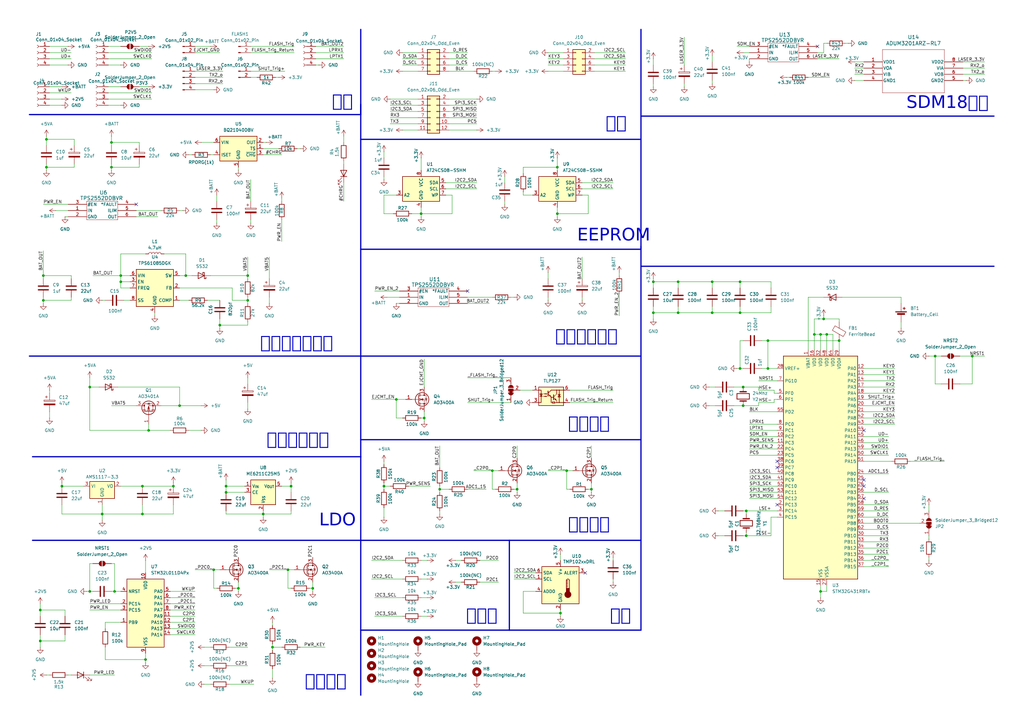
<source format=kicad_sch>
(kicad_sch (version 20250114) (generator "eeschema") (generator_version "9.0")
  (paper "A3")
  (title_block (title "PM Controller") (date "2025-07-18") (rev "1.1") (company "LiuZS") (comment 1 "1.1——SDM18供电可控制通断"))
  (text "温度" (at 254.508 254 0) (effects (font (size 5.08 5.08))))
  (text "EEPROM\n" (at 251.714 98.044 0) (effects (font (size 5.08 5.08))))
  (text "电源管理" (at 133.604 280.924 0) (effects (font (size 5.08 5.08))))
  (text "接口电平" (at 241.554 216.535 0) (effects (font (size 5.08 5.08))))
  (text "上下拉\n" (at 197.612 254 0) (effects (font (size 5.08 5.08))))
  (text "接口" (at 252.73 52.07 0) (effects (font (size 5.08 5.08))))
  (text "相机功能" (at 241.554 175.26 0) (effects (font (size 5.08 5.08))))
  (text "接口" (at 140.462 43.18 0) (effects (font (size 5.08 5.08))))
  (text "SDM18接口" (at 388.62 43.688 0) (effects (font (size 5.08 5.08))))
  (text "电路自动切换" (at 122.174 181.864 0) (effects (font (size 5.08 5.08))))
  (text "LDO" (at 138.43 214.884 0) (effects (font (size 5.08 5.08))))
  (text "电池充电、升压" (at 121.666 142.24 0) (effects (font (size 5.08 5.08))))
  (text "预留电源输出" (at 240.538 139.446 0) (effects (font (size 5.08 5.08))))
  (junction (at 172.72 87.63))
  (junction (at 45.72 68.58))
  (junction (at 60.96 176.53))
  (junction (at 111.76 265.43))
  (junction (at 344.17 139.7))
  (junction (at 232.41 193.04))
  (junction (at 87.63 233.68))
  (junction (at 180.34 200.66))
  (junction (at 314.96 151.13))
  (junction (at 101.6 113.03))
  (junction (at 267.97 128.27))
  (junction (at 336.55 137.16))
  (junction (at 173.99 171.45))
  (junction (at 58.42 199.39))
  (junction (at 278.13 115.57))
  (junction (at 228.6 87.63))
  (junction (at 76.2 113.03))
  (junction (at 118.11 233.68))
  (junction (at 46.99 242.57))
  (junction (at 45.72 58.42))
  (junction (at 278.13 128.27))
  (junction (at 292.1 128.27))
  (junction (at 16.51 250.19))
  (junction (at 314.96 139.7))
  (junction (at 242.57 200.66))
  (junction (at 304.8 158.75))
  (junction (at 101.6 123.19))
  (junction (at 17.78 123.19))
  (junction (at 92.71 199.39))
  (junction (at 212.09 200.66))
  (junction (at 303.53 115.57))
  (junction (at 25.4 199.39))
  (junction (at 17.78 113.03))
  (junction (at 36.83 242.57))
  (junction (at 49.53 115.57))
  (junction (at 306.07 209.55))
  (junction (at 41.91 210.82))
  (junction (at 292.1 115.57))
  (junction (at 36.83 158.75))
  (junction (at 306.07 219.71))
  (junction (at 383.54 146.05))
  (junction (at 16.51 262.89))
  (junction (at 228.6 68.58))
  (junction (at 107.95 210.82))
  (junction (at 304.8 166.37))
  (junction (at 336.55 242.57))
  (junction (at 201.93 193.04))
  (junction (at 119.38 199.39))
  (junction (at 398.78 146.05))
  (junction (at 303.53 128.27))
  (junction (at 73.66 166.37))
  (junction (at 128.27 241.3))
  (junction (at 71.12 199.39))
  (junction (at 267.97 115.57))
  (junction (at 303.53 151.13))
  (junction (at 59.69 270.51))
  (junction (at 337.82 130.81))
  (junction (at 157.48 199.39))
  (junction (at 58.42 210.82))
  (junction (at 49.53 113.03))
  (junction (at 90.17 133.35))
  (junction (at 162.56 163.83))
  (junction (at 92.71 201.93))
  (junction (at 334.01 137.16))
  (junction (at 339.09 137.16))
  (junction (at 97.79 241.3))
  (junction (at 19.05 68.58))
  (junction (at 19.05 57.15))
  (junction (at 229.87 251.46))
  (no_connect (at 55.88 83.82))
  (no_connect (at 354.33 176.53))
  (no_connect (at 240.03 234.95))
  (no_connect (at 335.28 19.05))
  (no_connect (at 318.77 191.77))
  (no_connect (at 354.33 196.85))
  (no_connect (at 354.33 204.47))
  (no_connect (at 354.33 199.39))
  (no_connect (at 191.77 119.38))
  (no_connect (at 318.77 189.23))
  (no_connect (at 318.77 207.01))
  (wire (pts (xy 278.13 125.73) (xy 278.13 128.27)))
  (wire (pts (xy 25.4 210.82) (xy 41.91 210.82)))
  (wire (pts (xy 403.86 146.05) (xy 398.78 146.05)))
  (wire (pts (xy 307.34 194.31) (xy 318.77 194.31)))
  (wire (pts (xy 354.33 181.61) (xy 364.49 181.61)))
  (wire (pts (xy 57.15 67.31) (xy 57.15 68.58)))
  (wire (pts (xy 311.15 160.02) (xy 311.15 158.75)))
  (wire (pts (xy 229.87 251.46) (xy 229.87 252.73)))
  (wire (pts (xy 336.55 137.16) (xy 336.55 143.51)))
  (wire (pts (xy 304.8 21.59) (xy 307.34 21.59)))
  (wire (pts (xy 381 229.87) (xy 381 228.6)))
  (wire (pts (xy 35.56 242.57) (xy 36.83 242.57)))
  (wire (pts (xy 345.44 121.92) (xy 369.57 121.92)))
  (wire (pts (xy 207.01 74.93) (xy 207.01 72.39)))
  (wire (pts (xy 322.58 31.75) (xy 323.85 31.75)))
  (wire (pts (xy 19.05 57.15) (xy 19.05 59.69)))
  (wire (pts (xy 180.34 182.88) (xy 180.34 191.77)))
  (wire (pts (xy 280.67 15.24) (xy 280.67 26.67)))
  (wire (pts (xy 344.17 139.7) (xy 344.17 143.51)))
  (wire (pts (xy 45.72 68.58) (xy 45.72 69.85)))
  (wire (pts (xy 224.79 24.13) (xy 231.14 24.13)))
  (wire (pts (xy 123.19 265.43) (xy 133.35 265.43)))
  (wire (pts (xy 224.79 111.76) (xy 224.79 114.3)))
  (wire (pts (xy 195.58 50.8) (xy 184.15 50.8)))
  (wire (pts (xy 100.33 199.39) (xy 92.71 199.39)))
  (wire (pts (xy 182.88 80.01) (xy 185.42 80.01)))
  (wire (pts (xy 115.57 199.39) (xy 119.38 199.39)))
  (wire (pts (xy 111.76 255.27) (xy 111.76 256.54)))
  (wire (pts (xy 80.01 247.65) (xy 69.85 247.65)))
  (wire (pts (xy 41.91 123.19) (xy 43.18 123.19)))
  (wire (pts (xy 157.48 87.63) (xy 161.29 87.63)))
  (wire (pts (xy 403.86 25.4) (xy 394.97 25.4)))
  (wire (pts (xy 210.82 234.95) (xy 219.71 234.95)))
  (wire (pts (xy 80.01 34.29) (xy 91.44 34.29)))
  (wire (pts (xy 373.38 189.23) (xy 387.35 189.23)))
  (wire (pts (xy 339.09 137.16) (xy 341.63 137.16)))
  (wire (pts (xy 93.98 280.67) (xy 104.14 280.67)))
  (wire (pts (xy 160.02 48.26) (xy 171.45 48.26)))
  (polyline (pts (xy 262.89 180.34) (xy 262.89 221.615)) (stroke (width 0.508)))
  (wire (pts (xy 294.64 219.71) (xy 297.18 219.71)))
  (wire (pts (xy 367.03 163.83) (xy 354.33 163.83)))
  (wire (pts (xy 180.34 200.66) (xy 184.15 200.66)))
  (wire (pts (xy 128.27 241.3) (xy 128.27 238.76)))
  (wire (pts (xy 394.97 30.48) (xy 403.86 30.48)))
  (wire (pts (xy 73.66 166.37) (xy 82.55 166.37)))
  (wire (pts (xy 354.33 166.37) (xy 367.03 166.37)))
  (wire (pts (xy 165.1 43.1914) (xy 171.45 43.18)))
  (wire (pts (xy 19.05 67.31) (xy 19.05 68.58)))
  (wire (pts (xy 191.77 21.59) (xy 184.15 21.59)))
  (wire (pts (xy 153.67 252.73) (xy 165.1 252.73)))
  (wire (pts (xy 36.83 176.53) (xy 60.96 176.53)))
  (wire (pts (xy 367.03 168.91) (xy 354.33 168.91)))
  (wire (pts (xy 69.85 252.73) (xy 80.01 252.73)))
  (wire (pts (xy 317.5 165.1) (xy 311.15 165.1)))
  (wire (pts (xy 107.95 210.82) (xy 107.95 212.09)))
  (wire (pts (xy 256.54 29.21) (xy 243.84 29.21)))
  (wire (pts (xy 339.09 242.57) (xy 336.55 242.57)))
  (polyline (pts (xy 262.89 12.065) (xy 262.89 57.15)) (stroke (width 0.508)))
  (wire (pts (xy 238.76 105.41) (xy 238.76 114.3)))
  (wire (pts (xy 102.87 73.66) (xy 102.87 82.55)))
  (wire (pts (xy 64.77 88.9) (xy 55.88 88.9)))
  (wire (pts (xy 336.55 137.16) (xy 334.01 137.16)))
  (wire (pts (xy 336.55 137.16) (xy 339.09 137.16)))
  (wire (pts (xy 50.8 123.19) (xy 53.34 123.19)))
  (wire (pts (xy 267.97 114.3) (xy 267.97 115.57)))
  (wire (pts (xy 312.42 139.7) (xy 314.96 139.7)))
  (wire (pts (xy 224.79 26.67) (xy 231.14 26.67)))
  (wire (pts (xy 16.51 250.19) (xy 26.67 250.19)))
  (wire (pts (xy 44.45 38.1) (xy 62.23 38.1)))
  (wire (pts (xy 109.22 58.42) (xy 107.95 58.42)))
  (wire (pts (xy 41.91 210.82) (xy 41.91 207.01)))
  (wire (pts (xy 36.83 250.19) (xy 49.53 250.19)))
  (wire (pts (xy 80.01 31.75) (xy 91.44 31.75)))
  (polyline (pts (xy 262.89 221.615) (xy 262.89 258.445)) (stroke (width 0.508)))
  (wire (pts (xy 30.48 57.15) (xy 19.05 57.15)))
  (wire (pts (xy 398.78 157.48) (xy 398.78 146.05)))
  (wire (pts (xy 364.49 219.71) (xy 354.33 219.71)))
  (wire (pts (xy 204.47 238.76) (xy 196.85 238.76)))
  (wire (pts (xy 251.46 238.76) (xy 251.46 237.49)))
  (wire (pts (xy 88.9 80.01) (xy 88.9 82.55)))
  (wire (pts (xy 69.85 250.19) (xy 80.01 250.19)))
  (wire (pts (xy 194.31 193.04) (xy 201.93 193.04)))
  (wire (pts (xy 316.23 212.09) (xy 316.23 219.71)))
  (wire (pts (xy 256.54 21.59) (xy 243.84 21.59)))
  (wire (pts (xy 49.53 35.56) (xy 44.45 35.56)))
  (wire (pts (xy 367.03 151.13) (xy 354.33 151.13)))
  (wire (pts (xy 59.69 270.51) (xy 59.69 267.97)))
  (wire (pts (xy 19.05 68.58) (xy 19.05 69.85)))
  (wire (pts (xy 336.55 240.03) (xy 336.55 242.57)))
  (wire (pts (xy 354.33 184.15) (xy 364.49 184.15)))
  (wire (pts (xy 88.9 91.44) (xy 88.9 90.17)))
  (wire (pts (xy 232.41 200.66) (xy 233.68 200.66)))
  (wire (pts (xy 90.17 233.68) (xy 87.63 233.68)))
  (wire (pts (xy 16.51 247.65) (xy 16.51 250.19)))
  (polyline (pts (xy 147.955 285.115) (xy 147.955 221.615)) (stroke (width 0.508)))
  (wire (pts (xy 219.71 242.57) (xy 214.63 242.57)))
  (wire (pts (xy 110.49 233.68) (xy 118.11 233.68)))
  (wire (pts (xy 152.4 237.49) (xy 165.1 237.49)))
  (wire (pts (xy 173.99 171.45) (xy 173.99 168.91)))
  (wire (pts (xy 110.49 124.46) (xy 110.49 121.92)))
  (wire (pts (xy 80.01 29.21) (xy 91.44 29.21)))
  (wire (pts (xy 45.72 166.37) (xy 55.88 166.37)))
  (wire (pts (xy 49.53 115.57) (xy 53.34 115.57)))
  (wire (pts (xy 267.97 115.57) (xy 278.13 115.57)))
  (wire (pts (xy 311.15 156.21) (xy 318.77 156.21)))
  (wire (pts (xy 307.34 204.47) (xy 318.77 204.47)))
  (wire (pts (xy 160.02 50.8) (xy 171.45 50.8)))
  (wire (pts (xy 57.15 35.56) (xy 60.96 35.56)))
  (wire (pts (xy 83.82 273.05) (xy 86.36 273.05)))
  (wire (pts (xy 195.58 74.93) (xy 182.88 74.93)))
  (wire (pts (xy 162.56 163.83) (xy 162.56 171.45)))
  (wire (pts (xy 157.48 80.01) (xy 157.48 87.63)))
  (wire (pts (xy 306.07 209.55) (xy 306.07 210.82)))
  (wire (pts (xy 186.69 238.76) (xy 189.23 238.76)))
  (wire (pts (xy 307.34 25.4) (xy 307.34 24.13)))
  (wire (pts (xy 396.24 33.02) (xy 394.97 33.02)))
  (wire (pts (xy 303.53 115.57) (xy 303.53 118.11)))
  (wire (pts (xy 97.79 242.57) (xy 97.79 241.3)))
  (wire (pts (xy 191.77 165.1) (xy 209.55 165.1)))
  (wire (pts (xy 46.99 242.57) (xy 49.53 242.57)))
  (wire (pts (xy 354.33 214.63) (xy 377.19 214.63)))
  (wire (pts (xy 46.99 276.86) (xy 36.83 276.86)))
  (polyline (pts (xy 13.335 187.325) (xy 147.955 187.325)) (stroke (width 0.508)))
  (wire (pts (xy 213.36 160.02) (xy 218.44 160.02)))
  (wire (pts (xy 83.82 265.43) (xy 86.36 265.43)))
  (wire (pts (xy 307.34 184.15) (xy 318.77 184.15)))
  (wire (pts (xy 87.63 36.83) (xy 80.01 36.83)))
  (wire (pts (xy 307.34 196.85) (xy 318.77 196.85)))
  (wire (pts (xy 195.58 77.47) (xy 182.88 77.47)))
  (wire (pts (xy 17.78 123.19) (xy 17.78 124.46)))
  (wire (pts (xy 195.58 53.34) (xy 184.15 53.34)))
  (wire (pts (xy 364.49 222.25) (xy 354.33 222.25)))
  (wire (pts (xy 29.21 21.59) (xy 20.32 21.59)))
  (wire (pts (xy 25.4 207.01) (xy 25.4 210.82)))
  (wire (pts (xy 101.6 167.64) (xy 101.6 165.1)))
  (wire (pts (xy 26.67 88.9) (xy 27.94 88.9)))
  (polyline (pts (xy 262.89 146.05) (xy 262.89 180.34)) (stroke (width 0.508)))
  (wire (pts (xy 241.3 80.01) (xy 241.3 87.63)))
  (wire (pts (xy 381 220.98) (xy 381 219.71)))
  (wire (pts (xy 311.15 166.37) (xy 304.8 166.37)))
  (wire (pts (xy 140.97 21.59) (xy 129.54 21.59)))
  (wire (pts (xy 25.4 40.64) (xy 20.32 40.64)))
  (wire (pts (xy 107.95 209.55) (xy 107.95 210.82)))
  (wire (pts (xy 45.72 242.57) (xy 46.99 242.57)))
  (wire (pts (xy 175.26 245.11) (xy 172.72 245.11)))
  (wire (pts (xy 354.33 189.23) (xy 365.76 189.23)))
  (wire (pts (xy 162.56 163.83) (xy 166.37 163.83)))
  (wire (pts (xy 29.21 24.13) (xy 20.32 24.13)))
  (wire (pts (xy 160.02 43.18) (xy 165.1 43.18)))
  (wire (pts (xy 69.85 255.27) (xy 80.01 255.27)))
  (wire (pts (xy 29.21 114.3) (xy 29.21 113.03)))
  (wire (pts (xy 386.08 157.48) (xy 383.54 157.48)))
  (wire (pts (xy 173.99 172.72) (xy 173.99 171.45)))
  (wire (pts (xy 67.31 104.14) (xy 76.2 104.14)))
  (wire (pts (xy 157.48 199.39) (xy 160.02 199.39)))
  (wire (pts (xy 165.1 26.67) (xy 171.45 26.67)))
  (wire (pts (xy 97.79 69.85) (xy 97.79 68.58)))
  (wire (pts (xy 69.85 260.35) (xy 80.01 260.35)))
  (wire (pts (xy 195.58 43.18) (xy 184.15 43.18)))
  (wire (pts (xy 318.77 181.61) (xy 307.34 181.61)))
  (wire (pts (xy 57.15 19.05) (xy 60.96 19.05)))
  (wire (pts (xy 48.26 158.75) (xy 73.66 158.75)))
  (wire (pts (xy 119.38 209.55) (xy 119.38 210.82)))
  (wire (pts (xy 129.54 19.05) (xy 140.97 19.05)))
  (wire (pts (xy 86.36 19.05) (xy 80.01 19.05)))
  (wire (pts (xy 307.34 173.99) (xy 318.77 173.99)))
  (polyline (pts (xy 147.955 57.15) (xy 262.89 57.15)) (stroke (width 0.508)))
  (wire (pts (xy 92.71 199.39) (xy 92.71 201.93)))
  (wire (pts (xy 36.83 242.57) (xy 38.1 242.57)))
  (wire (pts (xy 115.57 81.28) (xy 115.57 82.55)))
  (wire (pts (xy 49.53 255.27) (xy 43.18 255.27)))
  (wire (pts (xy 101.6 265.43) (xy 93.98 265.43)))
  (wire (pts (xy 140.97 55.88) (xy 140.97 58.42)))
  (wire (pts (xy 90.17 134.62) (xy 90.17 133.35)))
  (wire (pts (xy 334.01 130.81) (xy 334.01 137.16)))
  (wire (pts (xy 337.82 21.59) (xy 335.28 21.59)))
  (wire (pts (xy 180.34 210.82) (xy 180.34 209.55)))
  (wire (pts (xy 26.67 260.35) (xy 26.67 262.89)))
  (wire (pts (xy 57.15 59.69) (xy 57.15 58.42)))
  (wire (pts (xy 45.72 68.58) (xy 57.15 68.58)))
  (wire (pts (xy 175.26 229.87) (xy 172.72 229.87)))
  (wire (pts (xy 185.42 80.01) (xy 185.42 87.63)))
  (wire (pts (xy 381 146.05) (xy 383.54 146.05)))
  (wire (pts (xy 90.17 133.35) (xy 101.6 133.35)))
  (wire (pts (xy 242.57 201.93) (xy 242.57 200.66)))
  (wire (pts (xy 306.07 219.71) (xy 306.07 218.44)))
  (wire (pts (xy 228.6 64.77) (xy 228.6 68.58)))
  (wire (pts (xy 303.53 128.27) (xy 292.1 128.27)))
  (wire (pts (xy 229.87 250.19) (xy 229.87 251.46)))
  (wire (pts (xy 17.78 102.87) (xy 17.78 113.03)))
  (wire (pts (xy 80.01 245.11) (xy 69.85 245.11)))
  (wire (pts (xy 63.5 129.54) (xy 63.5 128.27)))
  (wire (pts (xy 69.85 257.81) (xy 80.01 257.81)))
  (wire (pts (xy 60.96 176.53) (xy 69.85 176.53)))
  (wire (pts (xy 195.58 48.26) (xy 184.15 48.26)))
  (wire (pts (xy 203.2 29.21) (xy 201.93 29.21)))
  (wire (pts (xy 58.42 210.82) (xy 41.91 210.82)))
  (wire (pts (xy 27.94 19.05) (xy 20.32 19.05)))
  (wire (pts (xy 172.72 171.45) (xy 173.99 171.45)))
  (wire (pts (xy 101.6 154.94) (xy 101.6 157.48)))
  (wire (pts (xy 69.85 242.57) (xy 80.01 242.57)))
  (wire (pts (xy 167.64 199.39) (xy 176.53 199.39)))
  (wire (pts (xy 101.6 105.41) (xy 101.6 113.03)))
  (polyline (pts (xy 147.955 146.05) (xy 262.89 146.05)) (stroke (width 0.508)))
  (wire (pts (xy 36.83 176.53) (xy 36.83 158.75)))
  (wire (pts (xy 118.11 233.68) (xy 118.11 241.3)))
  (wire (pts (xy 317.5 163.83) (xy 318.77 163.83)))
  (wire (pts (xy 195.58 40.64) (xy 184.15 40.64)))
  (wire (pts (xy 238.76 80.01) (xy 241.3 80.01)))
  (wire (pts (xy 20.32 43.18) (xy 25.4 43.18)))
  (wire (pts (xy 367.03 153.67) (xy 354.33 153.67)))
  (wire (pts (xy 316.23 219.71) (xy 306.07 219.71)))
  (wire (pts (xy 314.96 139.7) (xy 314.96 151.13)))
  (polyline (pts (xy 208.915 221.615) (xy 208.915 258.445)) (stroke (width 0.508)))
  (wire (pts (xy 317.5 160.02) (xy 311.15 160.02)))
  (wire (pts (xy 44.45 24.13) (xy 62.23 24.13)))
  (wire (pts (xy 251.46 228.6) (xy 251.46 229.87)))
  (wire (pts (xy 119.38 210.82) (xy 107.95 210.82)))
  (wire (pts (xy 45.72 58.42) (xy 57.15 58.42)))
  (wire (pts (xy 229.87 227.33) (xy 229.87 229.87)))
  (wire (pts (xy 290.83 158.75) (xy 293.37 158.75)))
  (wire (pts (xy 20.32 171.45) (xy 20.32 168.91)))
  (wire (pts (xy 175.26 252.73) (xy 172.72 252.73)))
  (wire (pts (xy 123.19 60.96) (xy 121.92 60.96)))
  (wire (pts (xy 337.82 17.78) (xy 339.09 17.78)))
  (wire (pts (xy 354.33 209.55) (xy 364.49 209.55)))
  (wire (pts (xy 157.48 64.77) (xy 157.48 62.23)))
  (wire (pts (xy 191.77 121.92) (xy 201.93 121.92)))
  (wire (pts (xy 153.67 119.38) (xy 163.83 119.38)))
  (wire (pts (xy 162.56 171.45) (xy 165.1 171.45)))
  (wire (pts (xy 102.87 21.59) (xy 120.65 21.59)))
  (wire (pts (xy 111.76 265.43) (xy 115.57 265.43)))
  (wire (pts (xy 364.49 201.93) (xy 354.33 201.93)))
  (wire (pts (xy 17.78 123.19) (xy 29.21 123.19)))
  (wire (pts (xy 95.25 118.11) (xy 95.25 123.19)))
  (wire (pts (xy 16.51 250.19) (xy 16.51 252.73)))
  (polyline (pts (xy 262.89 100.965) (xy 262.89 146.05)) (stroke (width 0.508)))
  (wire (pts (xy 43.18 265.43) (xy 43.18 270.51)))
  (polyline (pts (xy 147.955 12.065) (xy 147.955 46.99)) (stroke (width 0.508)))
  (wire (pts (xy 140.97 24.13) (xy 129.54 24.13)))
  (wire (pts (xy 354.33 229.87) (xy 364.49 229.87)))
  (wire (pts (xy 115.57 63.5) (xy 107.95 63.5)))
  (wire (pts (xy 110.49 105.41) (xy 110.49 114.3)))
  (wire (pts (xy 267.97 125.73) (xy 267.97 128.27)))
  (wire (pts (xy 354.33 224.79) (xy 364.49 224.79)))
  (wire (pts (xy 111.76 264.16) (xy 111.76 265.43)))
  (polyline (pts (xy 208.915 258.445) (xy 262.89 258.445)) (stroke (width 0.508)))
  (wire (pts (xy 341.63 143.51) (xy 341.63 137.16)))
  (wire (pts (xy 278.13 128.27) (xy 267.97 128.27)))
  (wire (pts (xy 234.95 193.04) (xy 232.41 193.04)))
  (wire (pts (xy 45.72 231.14) (xy 46.99 231.14)))
  (wire (pts (xy 292.1 115.57) (xy 278.13 115.57)))
  (wire (pts (xy 46.99 231.14) (xy 46.99 242.57)))
  (wire (pts (xy 165.1 45.7314) (xy 171.45 45.72)))
  (wire (pts (xy 25.4 198.12) (xy 25.4 199.39)))
  (wire (pts (xy 267.97 24.13) (xy 267.97 26.67)))
  (wire (pts (xy 157.48 212.09) (xy 157.48 208.28)))
  (wire (pts (xy 214.63 71.12) (xy 214.63 68.58)))
  (wire (pts (xy 41.91 213.36) (xy 41.91 210.82)))
  (wire (pts (xy 59.69 271.78) (xy 59.69 270.51)))
  (wire (pts (xy 278.13 118.11) (xy 278.13 115.57)))
  (wire (pts (xy 17.78 121.92) (xy 17.78 123.19)))
  (wire (pts (xy 267.97 128.27) (xy 267.97 130.81)))
  (wire (pts (xy 302.26 19.05) (xy 307.34 19.05)))
  (polyline (pts (xy 13.335 221.615) (xy 147.955 221.615)) (stroke (width 0.508)))
  (wire (pts (xy 251.46 74.93) (xy 238.76 74.93)))
  (wire (pts (xy 172.72 64.77) (xy 172.72 69.85)))
  (wire (pts (xy 339.09 137.16) (xy 339.09 143.51)))
  (wire (pts (xy 90.17 130.81) (xy 90.17 133.35)))
  (wire (pts (xy 303.53 125.73) (xy 303.53 128.27)))
  (wire (pts (xy 369.57 121.92) (xy 369.57 124.46)))
  (wire (pts (xy 354.33 232.41) (xy 364.49 232.41)))
  (polyline (pts (xy 147.955 258.445) (xy 208.915 258.445)) (stroke (width 0.508)))
  (wire (pts (xy 153.67 245.11) (xy 165.1 245.11)))
  (wire (pts (xy 394.97 27.94) (xy 403.86 27.94)))
  (wire (pts (xy 214.63 78.74) (xy 214.63 80.01)))
  (polyline (pts (xy 147.955 221.615) (xy 147.955 187.325)) (stroke (width 0.508)))
  (wire (pts (xy 160.02 40.64) (xy 171.45 40.64)))
  (wire (pts (xy 191.77 24.13) (xy 184.15 24.13)))
  (wire (pts (xy 267.97 35.56) (xy 267.97 34.29)))
  (wire (pts (xy 22.86 86.36) (xy 27.94 86.36)))
  (wire (pts (xy 53.34 118.11) (xy 49.53 118.11)))
  (wire (pts (xy 367.03 173.99) (xy 354.33 173.99)))
  (wire (pts (xy 157.48 198.12) (xy 157.48 199.39)))
  (wire (pts (xy 111.76 278.13) (xy 111.76 274.32)))
  (wire (pts (xy 224.79 21.59) (xy 231.14 21.59)))
  (wire (pts (xy 214.63 80.01) (xy 218.44 80.01)))
  (wire (pts (xy 180.34 199.39) (xy 180.34 200.66)))
  (wire (pts (xy 290.83 166.37) (xy 293.37 166.37)))
  (wire (pts (xy 73.66 113.03) (xy 76.2 113.03)))
  (wire (pts (xy 214.63 68.58) (xy 228.6 68.58)))
  (wire (pts (xy 307.34 199.39) (xy 318.77 199.39)))
  (wire (pts (xy 86.36 63.5) (xy 87.63 63.5)))
  (wire (pts (xy 162.56 80.01) (xy 157.48 80.01)))
  (wire (pts (xy 49.53 43.18) (xy 44.45 43.18)))
  (wire (pts (xy 316.23 118.11) (xy 316.23 115.57)))
  (wire (pts (xy 210.82 237.49) (xy 219.71 237.49)))
  (wire (pts (xy 49.53 26.67) (xy 44.45 26.67)))
  (wire (pts (xy 59.69 104.14) (xy 49.53 104.14)))
  (wire (pts (xy 242.57 182.88) (xy 242.57 187.96)))
  (wire (pts (xy 210.82 200.66) (xy 212.09 200.66)))
  (wire (pts (xy 43.18 270.51) (xy 59.69 270.51)))
  (wire (pts (xy 102.87 31.75) (xy 105.41 31.75)))
  (wire (pts (xy 36.83 231.14) (xy 36.83 242.57)))
  (wire (pts (xy 101.6 123.19) (xy 101.6 124.46)))
  (wire (pts (xy 82.55 58.42) (xy 87.63 58.42)))
  (wire (pts (xy 165.1 53.34) (xy 171.45 53.34)))
  (wire (pts (xy 238.76 123.19) (xy 238.76 121.92)))
  (wire (pts (xy 383.54 146.05) (xy 386.08 146.05)))
  (wire (pts (xy 49.53 19.05) (xy 44.45 19.05)))
  (wire (pts (xy 201.93 200.66) (xy 203.2 200.66)))
  (wire (pts (xy 90.17 123.19) (xy 85.09 123.19)))
  (wire (pts (xy 201.93 193.04) (xy 201.93 200.66)))
  (polyline (pts (xy 262.89 47.625) (xy 407.67 47.625)) (stroke (width 0.508)))
  (wire (pts (xy 212.09 200.66) (xy 212.09 198.12)))
  (wire (pts (xy 334.01 137.16) (xy 334.01 143.51)))
  (wire (pts (xy 337.82 130.81) (xy 344.17 130.81)))
  (wire (pts (xy 228.6 68.58) (xy 228.6 69.85)))
  (wire (pts (xy 119.38 198.12) (xy 119.38 199.39)))
  (wire (pts (xy 116.84 29.21) (xy 102.87 29.21)))
  (wire (pts (xy 71.12 207.01) (xy 71.12 210.82)))
  (wire (pts (xy 204.47 229.87) (xy 196.85 229.87)))
  (wire (pts (xy 184.15 29.21) (xy 194.31 29.21)))
  (wire (pts (xy 17.78 113.03) (xy 17.78 114.3)))
  (wire (pts (xy 369.57 134.62) (xy 369.57 132.08)))
  (wire (pts (xy 157.48 199.39) (xy 157.48 200.66)))
  (wire (pts (xy 172.72 87.63) (xy 172.72 85.09)))
  (polyline (pts (xy 147.955 187.325) (xy 147.955 146.05)) (stroke (width 0.508)))
  (wire (pts (xy 304.8 209.55) (xy 306.07 209.55)))
  (wire (pts (xy 27.94 276.86) (xy 29.21 276.86)))
  (wire (pts (xy 337.82 17.78) (xy 337.82 21.59)))
  (wire (pts (xy 113.03 31.75) (xy 114.3 31.75)))
  (wire (pts (xy 38.1 113.03) (xy 49.53 113.03)))
  (wire (pts (xy 19.05 68.58) (xy 30.48 68.58)))
  (wire (pts (xy 102.87 91.44) (xy 102.87 90.17)))
  (polyline (pts (xy 147.955 221.615) (xy 262.89 221.615)) (stroke (width 0.508)))
  (wire (pts (xy 318.77 151.13) (xy 314.96 151.13)))
  (wire (pts (xy 16.51 260.35) (xy 16.51 262.89)))
  (wire (pts (xy 165.1 21.59) (xy 171.45 21.59)))
  (wire (pts (xy 92.71 201.93) (xy 100.33 201.93)))
  (wire (pts (xy 303.53 139.7) (xy 303.53 151.13)))
  (wire (pts (xy 339.09 240.03) (xy 339.09 242.57)))
  (wire (pts (xy 207.01 83.82) (xy 207.01 82.55)))
  (wire (pts (xy 185.42 87.63) (xy 172.72 87.63)))
  (wire (pts (xy 77.47 63.5) (xy 78.74 63.5)))
  (wire (pts (xy 92.71 196.85) (xy 92.71 199.39)))
  (wire (pts (xy 224.79 123.19) (xy 224.79 121.92)))
  (wire (pts (xy 60.96 173.99) (xy 60.96 176.53)))
  (wire (pts (xy 76.2 104.14) (xy 76.2 113.03)))
  (wire (pts (xy 25.4 199.39) (xy 34.29 199.39)))
  (wire (pts (xy 111.76 265.43) (xy 111.76 266.7)))
  (wire (pts (xy 45.72 55.88) (xy 45.72 58.42)))
  (polyline (pts (xy 147.955 102.235) (xy 262.89 102.235)) (stroke (width 0.508)))
  (wire (pts (xy 92.71 209.55) (xy 92.71 210.82)))
  (wire (pts (xy 73.66 158.75) (xy 73.66 166.37)))
  (wire (pts (xy 354.33 217.17) (xy 364.49 217.17)))
  (wire (pts (xy 118.11 241.3) (xy 119.38 241.3)))
  (wire (pts (xy 336.55 242.57) (xy 336.55 245.11)))
  (wire (pts (xy 314.96 139.7) (xy 344.17 139.7)))
  (wire (pts (xy 90.17 21.59) (xy 80.01 21.59)))
  (wire (pts (xy 254 129.54) (xy 254 120.65)))
  (wire (pts (xy 383.54 157.48) (xy 383.54 146.05)))
  (wire (pts (xy 381 207.01) (xy 381 209.55)))
  (wire (pts (xy 29.21 121.92) (xy 29.21 123.19)))
  (wire (pts (xy 49.53 104.14) (xy 49.53 113.03)))
  (wire (pts (xy 354.33 33.02) (xy 350.52 33.02)))
  (wire (pts (xy 280.67 35.56) (xy 280.67 34.29)))
  (wire (pts (xy 17.78 83.82) (xy 27.94 83.82)))
  (wire (pts (xy 204.47 193.04) (xy 201.93 193.04)))
  (wire (pts (xy 173.99 147.32) (xy 173.99 158.75)))
  (wire (pts (xy 307.34 186.69) (xy 318.77 186.69)))
  (wire (pts (xy 119.38 199.39) (xy 119.38 201.93)))
  (wire (pts (xy 191.77 154.94) (xy 209.55 154.94)))
  (wire (pts (xy 398.78 146.05) (xy 393.7 146.05)))
  (wire (pts (xy 331.47 121.92) (xy 331.47 143.51)))
  (wire (pts (xy 27.94 26.67) (xy 20.32 26.67)))
  (wire (pts (xy 242.57 200.66) (xy 242.57 198.12)))
  (wire (pts (xy 162.56 124.46) (xy 163.83 124.46)))
  (wire (pts (xy 44.45 40.64) (xy 62.23 40.64)))
  (wire (pts (xy 83.82 280.67) (xy 86.36 280.67)))
  (wire (pts (xy 165.1 45.72) (xy 165.1 45.7314)))
  (wire (pts (xy 337.82 129.54) (xy 337.82 130.81)))
  (wire (pts (xy 36.83 154.94) (xy 36.83 158.75)))
  (wire (pts (xy 195.58 45.72) (xy 184.15 45.72)))
  (wire (pts (xy 71.12 198.12) (xy 71.12 199.39)))
  (wire (pts (xy 354.33 227.33) (xy 364.49 227.33)))
  (wire (pts (xy 102.87 19.05) (xy 120.65 19.05)))
  (wire (pts (xy 354.33 30.48) (xy 350.52 30.48)))
  (wire (pts (xy 344.17 132.08) (xy 344.17 130.81)))
  (wire (pts (xy 101.6 273.05) (xy 93.98 273.05)))
  (wire (pts (xy 107.95 60.96) (xy 114.3 60.96)))
  (wire (pts (xy 26.67 252.73) (xy 26.67 250.19)))
  (wire (pts (xy 212.09 182.88) (xy 212.09 187.96)))
  (wire (pts (xy 300.99 158.75) (xy 304.8 158.75)))
  (wire (pts (xy 354.33 156.21) (xy 367.03 156.21)))
  (wire (pts (xy 210.82 121.92) (xy 209.55 121.92)))
  (wire (pts (xy 318.77 209.55) (xy 306.07 209.55)))
  (polyline (pts (xy 147.955 42.799) (xy 147.955 146.05)) (stroke (width 0.508)))
  (wire (pts (xy 232.41 193.04) (xy 232.41 200.66)))
  (wire (pts (xy 66.04 166.37) (xy 73.66 166.37)))
  (wire (pts (xy 304.8 219.71) (xy 306.07 219.71)))
  (wire (pts (xy 316.23 125.73) (xy 316.23 128.27)))
  (wire (pts (xy 256.54 26.67) (xy 243.84 26.67)))
  (wire (pts (xy 316.23 128.27) (xy 303.53 128.27)))
  (wire (pts (xy 120.65 233.68) (xy 118.11 233.68)))
  (polyline (pts (xy 262.89 57.15) (xy 262.89 102.235)) (stroke (width 0.508)))
  (wire (pts (xy 393.7 157.48) (xy 398.78 157.48)))
  (wire (pts (xy 127 241.3) (xy 128.27 241.3)))
  (wire (pts (xy 157.48 73.66) (xy 157.48 72.39)))
  (wire (pts (xy 354.33 186.69) (xy 364.49 186.69)))
  (wire (pts (xy 312.42 151.13) (xy 314.96 151.13)))
  (wire (pts (xy 29.21 38.1) (xy 20.32 38.1)))
  (wire (pts (xy 191.77 26.67) (xy 184.15 26.67)))
  (wire (pts (xy 165.1 24.13) (xy 171.45 24.13)))
  (wire (pts (xy 157.48 189.23) (xy 157.48 190.5)))
  (wire (pts (xy 367.03 171.45) (xy 354.33 171.45)))
  (wire (pts (xy 317.5 160.02) (xy 317.5 161.29)))
  (wire (pts (xy 26.67 262.89) (xy 16.51 262.89)))
  (wire (pts (xy 101.6 121.92) (xy 101.6 123.19)))
  (wire (pts (xy 354.33 179.07) (xy 364.49 179.07)))
  (wire (pts (xy 101.6 113.03) (xy 86.36 113.03)))
  (wire (pts (xy 87.63 241.3) (xy 88.9 241.3)))
  (wire (pts (xy 251.46 160.02) (xy 233.68 160.02)))
  (polyline (pts (xy 12.065 146.05) (xy 147.955 146.05)) (stroke (width 0.508)))
  (wire (pts (xy 76.2 113.03) (xy 78.74 113.03)))
  (wire (pts (xy 303.53 115.57) (xy 292.1 115.57)))
  (wire (pts (xy 152.4 229.87) (xy 165.1 229.87)))
  (wire (pts (xy 224.79 29.21) (xy 231.14 29.21)))
  (wire (pts (xy 344.17 24.13) (xy 335.28 24.13)))
  (wire (pts (xy 160.02 45.72) (xy 165.1 45.72)))
  (wire (pts (xy 158.75 121.92) (xy 163.83 121.92)))
  (wire (pts (xy 38.1 231.14) (xy 36.83 231.14)))
  (wire (pts (xy 30.48 67.31) (xy 30.48 68.58)))
  (wire (pts (xy 49.53 113.03) (xy 49.53 115.57)))
  (wire (pts (xy 200.66 124.46) (xy 191.77 124.46)))
  (wire (pts (xy 292.1 22.86) (xy 292.1 25.4)))
  (wire (pts (xy 49.53 115.57) (xy 49.53 118.11)))
  (wire (pts (xy 16.51 262.89) (xy 16.51 265.43)))
  (wire (pts (xy 302.26 151.13) (xy 303.53 151.13)))
  (wire (pts (xy 241.3 87.63) (xy 228.6 87.63)))
  (wire (pts (xy 254 111.76) (xy 254 113.03)))
  (wire (pts (xy 140.97 82.55) (xy 140.97 74.93)))
  (wire (pts (xy 292.1 115.57) (xy 292.1 118.11)))
  (wire (pts (xy 354.33 158.75) (xy 367.03 158.75)))
  (wire (pts (xy 199.39 200.66) (xy 191.77 200.66)))
  (wire (pts (xy 364.49 207.01) (xy 354.33 207.01)))
  (wire (pts (xy 95.25 123.19) (xy 101.6 123.19)))
  (wire (pts (xy 43.18 255.27) (xy 43.18 257.81)))
  (wire (pts (xy 130.81 26.67) (xy 129.54 26.67)))
  (wire (pts (xy 87.63 233.68) (xy 87.63 241.3)))
  (wire (pts (xy 292.1 34.29) (xy 292.1 33.02)))
  (wire (pts (xy 311.15 165.1) (xy 311.15 166.37)))
  (wire (pts (xy 175.26 237.49) (xy 172.72 237.49)))
  (wire (pts (xy 292.1 128.27) (xy 278.13 128.27)))
  (wire (pts (xy 19.05 55.88) (xy 19.05 57.15)))
  (wire (pts (xy 292.1 125.73) (xy 292.1 128.27)))
  (wire (pts (xy 165.1 29.21) (xy 171.45 29.21)))
  (wire (pts (xy 128.27 242.57) (xy 128.27 241.3)))
  (wire (pts (xy 214.63 251.46) (xy 229.87 251.46)))
  (wire (pts (xy 168.91 87.63) (xy 172.72 87.63)))
  (wire (pts (xy 233.68 165.1) (xy 251.46 165.1)))
  (wire (pts (xy 307.34 168.91) (xy 318.77 168.91)))
  (polyline (pts (xy 262.89 109.22) (xy 407.67 109.22)) (stroke (width 0.508)))
  (wire (pts (xy 256.54 24.13) (xy 243.84 24.13)))
  (wire (pts (xy 20.32 160.02) (xy 20.32 161.29)))
  (wire (pts (xy 49.53 113.03) (xy 53.34 113.03)))
  (wire (pts (xy 364.49 194.31) (xy 354.33 194.31)))
  (wire (pts (xy 354.33 27.94) (xy 350.52 27.94)))
  (wire (pts (xy 294.64 209.55) (xy 297.18 209.55)))
  (wire (pts (xy 307.34 176.53) (xy 318.77 176.53)))
  (wire (pts (xy 228.6 88.9) (xy 228.6 87.63)))
  (wire (pts (xy 228.6 87.63) (xy 228.6 85.09)))
  (wire (pts (xy 74.93 86.36) (xy 73.66 86.36)))
  (wire (pts (xy 30.48 59.69) (xy 30.48 57.15)))
  (wire (pts (xy 317.5 161.29) (xy 318.77 161.29)))
  (wire (pts (xy 58.42 210.82) (xy 71.12 210.82)))
  (wire (pts (xy 172.72 88.9) (xy 172.72 87.63)))
  (polyline (pts (xy 12.065 46.99) (xy 147.955 46.99)) (stroke (width 0.508)))
  (wire (pts (xy 80.01 233.68) (xy 87.63 233.68)))
  (wire (pts (xy 212.09 201.93) (xy 212.09 200.66)))
  (wire (pts (xy 300.99 166.37) (xy 304.8 166.37)))
  (wire (pts (xy 101.6 133.35) (xy 101.6 132.08)))
  (wire (pts (xy 59.69 229.87) (xy 59.69 234.95)))
  (wire (pts (xy 224.79 193.04) (xy 232.41 193.04)))
  (wire (pts (xy 307.34 179.07) (xy 318.77 179.07)))
  (wire (pts (xy 73.66 118.11) (xy 95.25 118.11)))
  (wire (pts (xy 140.97 66.04) (xy 140.97 67.31)))
  (wire (pts (xy 101.6 114.3) (xy 101.6 113.03)))
  (wire (pts (xy 307.34 201.93) (xy 318.77 201.93)))
  (wire (pts (xy 71.12 199.39) (xy 58.42 199.39)))
  (wire (pts (xy 251.46 77.47) (xy 238.76 77.47)))
  (wire (pts (xy 186.69 229.87) (xy 189.23 229.87)))
  (wire (pts (xy 317.5 165.1) (xy 317.5 163.83)))
  (wire (pts (xy 36.83 158.75) (xy 40.64 158.75)))
  (wire (pts (xy 77.47 176.53) (xy 82.55 176.53)))
  (wire (pts (xy 19.05 276.86) (xy 20.32 276.86)))
  (wire (pts (xy 214.63 242.57) (xy 214.63 251.46)))
  (wire (pts (xy 267.97 115.57) (xy 267.97 118.11)))
  (wire (pts (xy 77.47 123.19) (xy 73.66 123.19)))
  (wire (pts (xy 316.23 212.09) (xy 318.77 212.09)))
  (polyline (pts (xy 147.955 180.34) (xy 262.89 180.34)) (stroke (width 0.508)))
  (wire (pts (xy 29.21 113.03) (xy 17.78 113.03)))
  (wire (pts (xy 316.23 115.57) (xy 303.53 115.57)))
  (wire (pts (xy 115.57 99.06) (xy 115.57 90.17)))
  (wire (pts (xy 44.45 21.59) (xy 62.23 21.59)))
  (wire (pts (xy 241.3 200.66) (xy 242.57 200.66)))
  (wire (pts (xy 304.8 139.7) (xy 303.53 139.7)))
  (wire (pts (xy 45.72 67.31) (xy 45.72 68.58)))
  (wire (pts (xy 354.33 212.09) (xy 364.49 212.09)))
  (wire (pts (xy 20.32 35.56) (xy 25.4 35.56)))
  (wire (pts (xy 92.71 210.82) (xy 107.95 210.82)))
  (wire (pts (xy 337.82 130.81) (xy 334.01 130.81)))
  (wire (pts (xy 331.47 121.92) (xy 337.82 121.92)))
  (wire (pts (xy 55.88 86.36) (xy 66.04 86.36)))
  (wire (pts (xy 367.03 161.29) (xy 354.33 161.29)))
  (wire (pts (xy 36.83 247.65) (xy 49.53 247.65)))
  (wire (pts (xy 58.42 207.01) (xy 58.42 210.82)))
  (wire (pts (xy 180.34 200.66) (xy 180.34 201.93)))
  (wire (pts (xy 347.98 17.78) (xy 346.71 17.78)))
  (wire (pts (xy 152.4 163.83) (xy 162.56 163.83)))
  (wire (pts (xy 45.72 58.42) (xy 45.72 59.69)))
  (wire (pts (xy 340.36 31.75) (xy 331.47 31.75)))
  (wire (pts (xy 303.53 151.13) (xy 304.8 151.13)))
  (wire (pts (xy 350.52 25.4) (xy 354.33 25.4)))
  (wire (pts (xy 96.52 241.3) (xy 97.79 241.3)))
  (wire (pts (xy 58.42 199.39) (xy 49.53 199.39)))
  (wire (pts (xy 165.1 43.18) (xy 165.1 43.1914)))
  (wire (pts (xy 97.79 241.3) (xy 97.79 238.76)))
  (wire (pts (xy 311.15 158.75) (xy 304.8 158.75)))
  (label "BAT_OUT2" (at 238.76 105.41 270))
  (label "KEY1" (at 367.03 153.67 180))
  (label "KEY2" (at 224.79 26.67 0))
  (label "BLK" (at 186.69 29.21 0))
  (label "RX2" (at 350.52 27.94 0))
  (label "EJCMT_GND" (at 90.17 21.59 180))
  (label "BLK" (at 307.34 168.91 0))
  (label "PWR_LED" (at 36.83 247.65 0))
  (label "D_CS" (at 364.49 217.17 180))
  (label "TX2" (at 350.52 30.48 0))
  (label "FLASH_Trig" (at 120.65 19.05 180))
  (label "I2C2_SCL" (at 210.82 237.49 0))
  (label "PWR_KEY" (at 80.01 250.19 180))
  (label "_C2P1_" (at 224.79 193.04 0))
  (label "UD+" (at 364.49 181.61 180))
  (label "I2C2_SDA" (at 367.03 171.45 180))
  (label "LPTX1" (at 140.97 24.13 180))
  (label "SWDIO1" (at 62.23 38.1 180))
  (label "SHUT_Trig+" (at 116.84 29.21 180))
  (label "_P2C0_" (at 80.01 233.68 0))
  (label "D_RES" (at 364.49 209.55 180))
  (label "VBAT5" (at 101.6 105.41 270))
  (label "PWR_EN_2" (at 254 129.54 90))
  (label "SWDIO0" (at 62.23 21.59 180))
  (label "PWR_SENS" (at 307.34 181.61 0))
  (label "TX2_o" (at 403.86 30.48 180))
  (label "RX2_o" (at 91.44 34.29 180))
  (label "FLASH_Trig_Return" (at 251.46 165.1 180))
  (label "I2C2_SCL" (at 251.46 77.47 180))
  (label "TX3" (at 160.02 50.8 0))
  (label "D_SDA" (at 364.49 207.01 180))
  (label "#CHRG" (at 115.57 63.5 180))
  (label "PWR_EN" (at 17.78 83.82 0))
  (label "SWCLK1" (at 62.23 40.64 180))
  (label "SPI3_MISO" (at 195.58 45.72 180))
  (label "LASER_3.3V" (at 403.86 25.4 180))
  (label "PWR_EN" (at 36.83 250.19 0))
  (label "HSE+" (at 311.15 160.02 0))
  (label "SWCLK0" (at 62.23 24.13 180))
  (label "WKUP" (at 29.21 38.1 180))
  (label "SPI3_SCK" (at 195.58 43.18 180))
  (label "TX2_o" (at 91.44 31.75 180))
  (label "SHUT_Trig+" (at 367.03 163.83 180))
  (label "I2C3_SCL" (at 307.34 194.31 0))
  (label "_FLASH_Trig_" (at 387.35 189.23 180))
  (label "SPI3_MOSI" (at 195.58 48.26 180))
  (label "KEY0" (at 256.54 26.67 180))
  (label "I2C2_SDA" (at 210.82 234.95 0))
  (label "_P2C1_" (at 80.01 247.65 180))
  (label "BAT_OUT" (at 64.77 88.9 180))
  (label "I2C2_SDA" (at 256.54 24.13 180))
  (label "C2P1" (at 80.01 255.27 180))
  (label "_C2P0_" (at 194.31 193.04 0))
  (label "SWDIO1" (at 364.49 184.15 180))
  (label "I2C3_SCL" (at 160.02 43.18 0))
  (label "SWCLK0" (at 80.01 260.35 180))
  (label "SWDIO0" (at 80.01 257.81 180))
  (label "SPI3_MISO" (at 307.34 201.93 0))
  (label "LPRX1" (at 307.34 173.99 0))
  (label "BAT_OUT" (at 180.34 182.88 270))
  (label "HSE-" (at 311.15 165.1 0))
  (label "P2C0" (at 364.49 224.79 180))
  (label "VBAT5" (at 45.72 166.37 0))
  (label "PWR_EN_2" (at 307.34 184.15 0))
  (label "BAT_OUT2" (at 140.97 19.05 180))
  (label "_FLASH_Trig_" (at 191.77 154.94 0))
  (label "KEY3" (at 224.79 24.13 0))
  (label "_C2P0_" (at 364.49 229.87 180))
  (label "FLASH_Trig" (at 251.46 160.02 180))
  (label "LASER_3.3V" (at 91.44 29.21 180))
  (label "PC5" (at 307.34 186.69 0))
  (label "KEY2" (at 367.03 161.29 180))
  (label "_P2C1_" (at 110.49 233.68 0))
  (label "LSE+" (at 311.15 209.55 0))
  (label "BAT_OUT" (at 17.78 102.87 270))
  (label "LPTX1" (at 307.34 176.53 0))
  (label "I2C3_SCL" (at 153.67 245.11 0))
  (label "I2C3_SDA" (at 153.67 252.73 0))
  (label "C2P1" (at 242.57 182.88 270))
  (label "ADC1_15" (at 199.39 200.66 180))
  (label "RX2" (at 367.03 158.75 180))
  (label "EJCMT_EN" (at 367.03 166.37 180))
  (label "RX3" (at 160.02 48.26 0))
  (label "PWR_EN_2" (at 153.67 119.38 0))
  (label "EJCMT_EN" (at 152.4 163.83 0))
  (label "C2P1" (at 101.6 273.05 180))
  (label "WKUP" (at 80.01 242.57 180))
  (label "I2C2_SCL" (at 256.54 21.59 180))
  (label "I2C3_SDA" (at 307.34 196.85 0))
  (label "TX2" (at 367.03 156.21 180))
  (label "BOOT0" (at 364.49 214.63 180))
  (label "WKUP" (at 104.14 280.67 180))
  (label "_C2P1_" (at 364.49 232.41 180))
  (label "SDM_EN" (at 302.26 19.05 0))
  (label "#CHRG" (at 140.97 82.55 90))
  (label "_P2C0_" (at 80.01 245.11 180))
  (label "I2C2_SCL" (at 152.4 237.49 0))
  (label "LASER_3.3V" (at 344.17 24.13 180))
  (label "SWCLK1" (at 364.49 186.69 180))
  (label "UD-" (at 364.49 179.07 180))
  (label "I2C2_SDA" (at 152.4 229.87 0))
  (label "LASER_3.3V" (at 280.67 15.24 270))
  (label "PWR_KEY" (at 133.35 265.43 180))
  (label "P2C1" (at 204.47 238.76 180))
  (label "C2P0" (at 80.01 252.73 180))
  (label "I2C2_SDA" (at 251.46 74.93 180))
  (label "NRST1" (at 403.86 146.05 180))
  (label "D_SCL" (at 165.1 26.67 0))
  (label "BAT_OUT" (at 102.87 73.66 270))
  (label "RX2_o" (at 403.86 27.94 180))
  (label "C2P0" (at 212.09 182.88 270))
  (label "D_SCL" (at 364.49 201.93 180))
  (label "I2C2_SDA" (at 195.58 74.93 180))
  (label "RX3" (at 364.49 222.25 180))
  (label "SPI3_MOSI" (at 307.34 204.47 0))
  (label "LPRX1" (at 140.97 21.59 180))
  (label "D_SDA" (at 165.1 24.13 0))
  (label "SDM_EN" (at 340.36 31.75 180))
  (label "KEY0" (at 367.03 151.13 180))
  (label "P2C0" (at 97.79 228.6 90))
  (label "VBAT5" (at 110.49 105.41 270))
  (label "FLASH_Trig_Return" (at 120.65 21.59 180))
  (label "LSE-" (at 311.15 219.71 0))
  (label "TX3" (at 364.49 219.71 180))
  (label "EJCMT_GND" (at 173.99 147.32 270))
  (label "C2P0" (at 101.6 265.43 180))
  (label "P2C0" (at 204.47 229.87 180))
  (label "PWR_EN" (at 115.57 99.06 90))
  (label "I2C2_SCL" (at 367.03 173.99 180))
  (label "KEY3" (at 367.03 168.91 180))
  (label "PWR_SENS" (at 176.53 199.39 180))
  (label "ADC1_15" (at 364.49 194.31 180))
  (label "PC5" (at 195.58 50.8 180))
  (label "I2C2_SCL" (at 195.58 77.47 180))
  (label "D_DC" (at 191.77 24.13 180))
  (label "PWR_LED" (at 46.99 276.86 180))
  (label "D_DC" (at 364.49 212.09 180))
  (label "UD-" (at 29.21 21.59 180))
  (label "UD+" (at 29.21 24.13 180))
  (label "P2C1" (at 364.49 227.33 180))
  (label "SDM_EN" (at 307.34 179.07 0))
  (label "BAT_OUT2" (at 200.66 124.46 180))
  (label "I2C3_SDA" (at 160.02 45.72 0))
  (label "D_CS" (at 191.77 26.67 180))
  (label "SHUT_Trig+" (at 191.77 165.1 0))
  (label "BAT_OUT" (at 38.1 113.03 0))
  (label "NRST1" (at 311.15 156.21 0))
  (label "D_RES" (at 191.77 21.59 180))
  (label "SPI3_SCK" (at 307.34 199.39 0))
  (label "P2C1" (at 128.27 228.6 90))
  (label "KEY1" (at 256.54 29.21 180))
  (symbol (lib_id "Device:R") (at 81.28 123.19 90) (unit 1)
    (property "Reference" "R9" (at 81.28 123.19 90))
    (property "Value" "56.2k" (at 81.28 125.222 90))
    (property "Footprint" "Resistor_SMD:R_0603_1608Metric_Pad0.98x0.95mm_HandSolder" (effects (hide yes)))
    (property "Description" "Resistor" (effects (hide yes)))
  )
  (symbol (lib_id "Device:R") (at 205.74 121.92 90) (unit 1)
    (property "Reference" "R37" (at 205.74 121.92 90))
    (property "Value" "22k" (at 205.74 123.952 90))
    (property "Footprint" "Resistor_SMD:R_0603_1608Metric_Pad0.98x0.95mm_HandSolder" (effects (hide yes)))
    (property "Description" "Resistor" (effects (hide yes)))
  )
  (symbol (lib_id "power:+3.3V") (at 175.26 237.49 270) (unit 1)
    (property "Reference" "#PWR0107" (effects (hide yes)))
    (property "Value" "+3.3V" (at 173.228 235.458 90) (effects (justify left)))
    (property "Description" "Power symbol creates a global label with name \"+3.3V\"" (effects (hide yes)))
  )
  (symbol (lib_id "power:GND") (at 165.1 21.59 270) (unit 1)
    (property "Reference" "#PWR074" (effects (hide yes)))
    (property "Value" "GND" (at 161.29 21.5899 90) (effects (justify right)))
    (property "Description" "Power symbol creates a global label with name \"GND\" , ground" (effects (hide yes)))
  )
  (symbol (lib_id "Device:C") (at 46.99 123.19 90) (unit 1)
    (property "Reference" "C15" (at 46.99 119.38 90))
    (property "Value" "100nf" (at 47.244 127.508 90))
    (property "Footprint" "Capacitor_SMD:C_0603_1608Metric_Pad1.08x0.95mm_HandSolder" (effects (hide yes)))
    (property "Description" "Unpolarized capacitor" (effects (hide yes)))
  )
  (symbol (lib_id "Device:C") (at 25.4 203.2 0) (unit 1)
    (property "Reference" "C17" (at 29.21 201.9299 0) (effects (justify left)))
    (property "Value" "22uf" (at 29.21 204.4699 0) (effects (justify left)))
    (property "Footprint" "Capacitor_SMD:C_0603_1608Metric_Pad1.08x0.95mm_HandSolder" (effects (hide yes)))
    (property "Description" "Unpolarized capacitor" (effects (hide yes)))
  )
  (symbol (lib_id "power:GND") (at 87.63 36.83 90) (unit 1)
    (property "Reference" "#PWR06" (effects (hide yes)))
    (property "Value" "GND" (at 91.44 36.8299 90) (effects (justify right)))
    (property "Description" "Power symbol creates a global label with name \"GND\" , ground" (effects (hide yes)))
  )
  (symbol (lib_id "power:+3.3V") (at 71.12 198.12 0) (unit 1)
    (property "Reference" "#PWR02" (effects (hide yes)))
    (property "Value" "+3.3V" (at 71.12 193.04 0))
    (property "Description" "Power symbol creates a global label with name \"+3.3V\"" (effects (hide yes)))
  )
  (symbol (lib_id "Device:C") (at 278.13 121.92 0) (unit 1)
    (property "Reference" "C28" (at 281.94 120.6499 0) (effects (justify left)))
    (property "Value" "100nf" (at 281.94 123.1899 0) (effects (justify left)))
    (property "Footprint" "Capacitor_SMD:C_0603_1608Metric_Pad1.08x0.95mm_HandSolder" (effects (hide yes)))
    (property "Description" "Unpolarized capacitor" (effects (hide yes)))
  )
  (symbol (lib_id "Connector_Generic:Conn_02x06_Odd_Even") (at 176.53 45.72 0) (unit 1)
    (property "Reference" "J11" (at 177.8 34.29 0))
    (property "Value" "Conn_02x06_Odd_Even" (at 177.8 36.83 0))
    (property "Footprint" "Connector_PinHeader_1.27mm:PinHeader_2x06_P1.27mm_Vertical" (effects (hide yes)))
    (property "Description" "Generic connector, double row, 02x06, odd/even pin numbering scheme (row 1 odd numbers, row 2 even numbers), script generated (kicad-library-utils/schlib/autogen/connector/)" (effects (hide yes)))
  )
  (symbol (lib_id "power:+3.3V") (at 251.46 228.6 0) (unit 1)
    (property "Reference" "#PWR0104" (effects (hide yes)))
    (property "Value" "+3.3V" (at 249.428 230.632 90) (effects (justify left)))
    (property "Description" "Power symbol creates a global label with name \"+3.3V\"" (effects (hide yes)))
  )
  (symbol (lib_id "Device:C_Polarized") (at 110.49 118.11 0) (unit 1)
    (property "Reference" "C4" (at 114.3 115.9509 0) (effects (justify left)))
    (property "Value" "22uf" (at 114.3 118.4909 0) (effects (justify left)))
    (property "Footprint" "Capacitor_Tantalum_SMD:CP_EIA-3528-21_Kemet-B_Pad1.50x2.35mm_HandSolder" (effects (hide yes)))
    (property "Description" "Polarized capacitor" (effects (hide yes)))
  )
  (symbol (lib_id "power:GND") (at 242.57 201.93 0) (unit 1)
    (property "Reference" "#PWR065" (effects (hide yes)))
    (property "Value" "GND" (at 242.57 207.01 0))
    (property "Description" "Power symbol creates a global label with name \"GND\" , ground" (effects (hide yes)))
  )
  (symbol (lib_id "power:+5VA") (at 36.83 154.94 0) (unit 1)
    (property "Reference" "#PWR021" (effects (hide yes)))
    (property "Value" "+5VA" (at 36.83 149.86 0))
    (property "Description" "Power symbol creates a global label with name \"+5VA\"" (effects (hide yes)))
  )
  (symbol (lib_id "Connector:Conn_01x04_Socket") (at 15.24 21.59 0) (mirror y) (unit 1)
    (property "Reference" "J1" (at 15.875 13.97 0))
    (property "Value" "Conn_01x04_Socket" (at 24.13 16.256 0))
    (property "Footprint" "Connector_JST:JST_PH_S4B-PH-K_1x04_P2.00mm_Horizontal" (effects (hide yes)))
    (property "Description" "Generic connector, single row, 01x04, script generated" (effects (hide yes)))
  )
  (symbol (lib_id "Device:R") (at 168.91 171.45 90) (unit 1)
    (property "Reference" "R19" (at 168.91 169.164 90))
    (property "Value" "100k" (at 168.91 173.99 90))
    (property "Footprint" "Resistor_SMD:R_0603_1608Metric_Pad0.98x0.95mm_HandSolder" (effects (hide yes)))
    (property "Description" "Resistor" (effects (hide yes)))
  )
  (symbol (lib_id "power:GND") (at 171.45 266.7 0) (unit 1)
    (property "Reference" "#PWR086" (effects (hide yes)))
    (property "Value" "GND" (at 171.45 271.78 0))
    (property "Description" "Power symbol creates a global label with name \"GND\" , ground" (effects (hide yes)))
  )
  (symbol (lib_id "Device:R") (at 207.01 200.66 90) (unit 1)
    (property "Reference" "R2" (at 207.01 198.374 90))
    (property "Value" "100k" (at 207.01 203.2 90))
    (property "Footprint" "Resistor_SMD:R_0603_1608Metric_Pad0.98x0.95mm_HandSolder" (effects (hide yes)))
    (property "Description" "Resistor" (effects (hide yes)))
  )
  (symbol (lib_id "Device:C") (at 119.38 205.74 0) (unit 1)
    (property "Reference" "C20" (at 123.19 204.4699 0) (effects (justify left)))
    (property "Value" "22uf" (at 123.19 207.0099 0) (effects (justify left)))
    (property "Footprint" "Capacitor_SMD:C_0603_1608Metric_Pad1.08x0.95mm_HandSolder" (effects (hide yes)))
    (property "Description" "Unpolarized capacitor" (effects (hide yes)))
  )
  (symbol (lib_id "power:GND") (at 171.45 279.4 0) (unit 1)
    (property "Reference" "#PWR087" (effects (hide yes)))
    (property "Value" "GND" (at 171.45 284.48 0))
    (property "Description" "Power symbol creates a global label with name \"GND\" , ground" (effects (hide yes)))
  )
  (symbol (lib_id "power:+3.3V") (at 114.3 31.75 270) (unit 1)
    (property "Reference" "#PWR079" (effects (hide yes)))
    (property "Value" "+3.3V" (at 118.11 31.7499 90) (effects (justify left)))
    (property "Description" "Power symbol creates a global label with name \"+3.3V\"" (effects (hide yes)))
  )
  (symbol (lib_id "Device:C") (at 16.51 256.54 0) (unit 1)
    (property "Reference" "C22" (at 20.32 255.2699 0) (effects (justify left)))
    (property "Value" "10uf" (at 20.32 257.8099 0) (effects (justify left)))
    (property "Footprint" "Capacitor_SMD:C_0603_1608Metric_Pad1.08x0.95mm_HandSolder" (effects (hide yes)))
    (property "Description" "Unpolarized capacitor" (effects (hide yes)))
  )
  (symbol (lib_id "power:+3.3V") (at 186.69 238.76 90) (unit 1)
    (property "Reference" "#PWR067" (effects (hide yes)))
    (property "Value" "+3.3V" (at 188.722 240.792 90) (effects (justify left)))
    (property "Description" "Power symbol creates a global label with name \"+3.3V\"" (effects (hide yes)))
  )
  (symbol (lib_id "Transistor_FET:AO3400A") (at 209.55 193.04 0) (unit 1)
    (property "Reference" "Q6" (at 215.9 191.7699 0) (effects (justify left)))
    (property "Value" "AO3400A" (at 215.9 194.3099 0) (effects (justify left)))
    (property "Footprint" "Package_TO_SOT_SMD:SOT-23" (effects (hide yes)))
    (property "Datasheet" "http://www.aosmd.com/pdfs/datasheet/AO3400A.pdf" (effects (hide yes)))
    (property "Description" "30V Vds, 5.7A Id, N-Channel MOSFET, SOT-23" (effects (hide yes)))
  )
  (symbol (lib_id "Device:C_Polarized") (at 280.67 30.48 0) (unit 1)
    (property "Reference" "C40" (at 284.48 28.3209 0) (effects (justify left)))
    (property "Value" "22uf" (at 284.48 30.8609 0) (effects (justify left)))
    (property "Footprint" "Capacitor_Tantalum_SMD:CP_EIA-3528-21_Kemet-B_HandSolder" (effects (hide yes)))
    (property "Description" "Polarized capacitor" (effects (hide yes)))
  )
  (symbol (lib_id "Device:C_Polarized") (at 101.6 161.29 0) (unit 1)
    (property "Reference" "C14" (at 105.41 159.1309 0) (effects (justify left)))
    (property "Value" "47uf" (at 105.41 161.6709 0) (effects (justify left)))
    (property "Footprint" "Capacitor_Tantalum_SMD:CP_EIA-3528-21_Kemet-B_Pad1.50x2.35mm_HandSolder" (effects (hide yes)))
    (property "Description" "Polarized capacitor" (effects (hide yes)))
  )
  (symbol (lib_id "Device:C") (at 308.61 139.7 90) (unit 1)
    (property "Reference" "C33" (at 307.3399 135.89 0) (effects (justify left)))
    (property "Value" "100nf" (at 309.8799 135.89 0) (effects (justify left)))
    (property "Footprint" "Capacitor_SMD:C_0603_1608Metric_Pad1.08x0.95mm_HandSolder" (effects (hide yes)))
    (property "Description" "Unpolarized capacitor" (effects (hide yes)))
  )
  (symbol (lib_id "Battery_Management:BQ21040DBV") (at 97.79 60.96 0) (unit 1)
    (property "Reference" "U5" (at 97.79 50.8 0))
    (property "Value" "BQ21040DBV" (at 97.79 53.34 0))
    (property "Footprint" "Package_TO_SOT_SMD:SOT-23-6_Handsoldering" (effects (hide yes)))
    (property "Datasheet" "https://www.ti.com/lit/ds/symlink/bq21040.pdf" (effects (hide yes)))
    (property "Description" "Single cell, 0.8A Li-Ion/Li-Po linear charge management controller, up to 30V input, 4.2V charge voltage, Open-Drain Status Output, Temperature sense input, SOT-23-6" (effects (hide yes)))
  )
  (symbol (lib_id "power:+BATT") (at 158.75 121.92 90) (unit 1)
    (property "Reference" "#PWR0110" (effects (hide yes)))
    (property "Value" "+BATT" (at 158.242 124.206 90) (effects (justify left)))
    (property "Description" "Power symbol creates a global label with name \"+BATT\"" (effects (hide yes)))
  )
  (symbol (lib_id "power:GND") (at 45.72 69.85 0) (unit 1)
    (property "Reference" "#PWR010" (effects (hide yes)))
    (property "Value" "GND" (at 45.72 74.93 0))
    (property "Description" "Power symbol creates a global label with name \"GND\" , ground" (effects (hide yes)))
  )
  (symbol (lib_id "Device:R") (at 123.19 241.3 90) (unit 1)
    (property "Reference" "R15" (at 123.19 239.014 90))
    (property "Value" "100k" (at 123.19 243.84 90))
    (property "Footprint" "Resistor_SMD:R_0603_1608Metric_Pad0.98x0.95mm_HandSolder" (effects (hide yes)))
    (property "Description" "Resistor" (effects (hide yes)))
  )
  (symbol (lib_id "Device:R") (at 214.63 74.93 180) (unit 1)
    (property "Reference" "R28" (at 212.344 74.93 90))
    (property "Value" "100k" (at 217.17 74.93 90))
    (property "Footprint" "Resistor_SMD:R_0603_1608Metric_Pad0.98x0.95mm_HandSolder" (effects (hide yes)))
    (property "Description" "Resistor" (effects (hide yes)))
  )
  (symbol (lib_id "power:GND") (at 82.55 176.53 90) (mirror x) (unit 1)
    (property "Reference" "#PWR022" (effects (hide yes)))
    (property "Value" "GND" (at 86.36 176.5299 90) (effects (justify right)))
    (property "Description" "Power symbol creates a global label with name \"GND\" , ground" (effects (hide yes)))
  )
  (symbol (lib_id "power:+2V5") (at 60.96 19.05 270) (unit 1)
    (property "Reference" "#PWR050" (effects (hide yes)))
    (property "Value" "+2V5" (at 64.77 19.0499 90) (effects (justify left)))
    (property "Description" "Power symbol creates a global label with name \"+2V5\"" (effects (hide yes)))
  )
  (symbol (lib_id "power:GND") (at 63.5 129.54 0) (unit 1)
    (property "Reference" "#PWR039" (effects (hide yes)))
    (property "Value" "GND" (at 63.5 134.62 0))
    (property "Description" "Power symbol creates a global label with name \"GND\" , ground" (effects (hide yes)))
  )
  (symbol (lib_id "power:+3.3V") (at 157.48 62.23 0) (unit 1)
    (property "Reference" "#PWR091" (effects (hide yes)))
    (property "Value" "+3.3V" (at 155.448 64.262 90) (effects (justify left)))
    (property "Description" "Power symbol creates a global label with name \"+3.3V\"" (effects (hide yes)))
  )
  (symbol (lib_id "Regulator_Linear:ME6211C25M5") (at 107.95 201.93 0) (unit 1)
    (property "Reference" "U8" (at 107.95 191.77 0))
    (property "Value" "ME6211C25M5" (at 107.95 194.31 0))
    (property "Footprint" "Package_TO_SOT_SMD:SOT-23-5_HandSoldering" (effects (hide yes)))
    (property "Datasheet" "https://www.lcsc.com/datasheet/lcsc_datasheet_2304140030_MICRONE-Nanjing-Micro-One-Elec-ME6211C33R5G_C235316.pdf" (effects (hide yes)))
    (property "Description" "400mA low dropout linear regulator, shutdown pin, 6.5V max input voltage, 2.5V fixed positive output, SOT-23-5" (effects (hide yes)))
  )
  (symbol (lib_id "power:GND") (at 97.79 69.85 0) (unit 1)
    (property "Reference" "#PWR033" (effects (hide yes)))
    (property "Value" "GND" (at 97.79 74.93 0))
    (property "Description" "Power symbol creates a global label with name \"GND\" , ground" (effects (hide yes)))
  )
  (symbol (lib_id "power:GND") (at 381 229.87 0) (unit 1)
    (property "Reference" "#PWR0100" (effects (hide yes)))
    (property "Value" "GND" (at 381 234.95 0))
    (property "Description" "Power symbol creates a global label with name \"GND\" , ground" (effects (hide yes)))
  )
  (symbol (lib_id "Device:R") (at 180.34 205.74 180) (unit 1)
    (property "Reference" "R24" (at 178.054 205.74 90))
    (property "Value" "100k" (at 182.88 205.74 90))
    (property "Footprint" "Resistor_SMD:R_0603_1608Metric_Pad0.98x0.95mm_HandSolder" (effects (hide yes)))
    (property "Description" "Resistor" (effects (hide yes)))
  )
  (symbol (lib_id "power:GND") (at 224.79 123.19 0) (unit 1)
    (property "Reference" "#PWR0117" (effects (hide yes)))
    (property "Value" "GND" (at 224.79 128.27 0))
    (property "Description" "Power symbol creates a global label with name \"GND\" , ground" (effects (hide yes)))
  )
  (symbol (lib_id "power:+BATT") (at 254 111.76 0) (unit 1)
    (property "Reference" "#PWR0119" (effects (hide yes)))
    (property "Value" "+BATT" (at 251.714 111.252 90) (effects (justify left)))
    (property "Description" "Power symbol creates a global label with name \"+BATT\"" (effects (hide yes)))
  )
  (symbol (lib_id "Device:C_Polarized") (at 30.48 63.5 0) (unit 1)
    (property "Reference" "C5" (at 34.29 61.3409 0) (effects (justify left)))
    (property "Value" "22uf" (at 34.29 63.8809 0) (effects (justify left)))
    (property "Footprint" "Capacitor_Tantalum_SMD:CP_EIA-3528-21_Kemet-B_Pad1.50x2.35mm_HandSolder" (effects (hide yes)))
    (property "Description" "Polarized capacitor" (effects (hide yes)))
  )
  (symbol (lib_id "Device:R") (at 254 116.84 0) (unit 1)
    (property "Reference" "R41" (at 254 116.84 90))
    (property "Value" "100k" (at 251.968 116.84 90))
    (property "Footprint" "Resistor_SMD:R_0603_1608Metric_Pad0.98x0.95mm_HandSolder" (effects (hide yes)))
    (property "Description" "Resistor" (effects (hide yes)))
  )
  (symbol (lib_id "Device:R") (at 109.22 31.75 270) (unit 1)
    (property "Reference" "R42" (at 109.22 34.036 90))
    (property "Value" "1k" (at 109.22 31.75 90))
    (property "Footprint" "Resistor_SMD:R_0603_1608Metric_Pad0.98x0.95mm_HandSolder" (effects (hide yes)))
    (property "Description" "Resistor" (effects (hide yes)))
  )
  (symbol (lib_id "power:+BATT") (at 86.36 19.05 270) (unit 1)
    (property "Reference" "#PWR059" (effects (hide yes)))
    (property "Value" "+BATT" (at 83.82 17.018 90) (effects (justify left)))
    (property "Description" "Power symbol creates a global label with name \"+BATT\"" (effects (hide yes)))
  )
  (symbol (lib_id "power:+2V5") (at 16.51 247.65 0) (unit 1)
    (property "Reference" "#PWR046" (effects (hide yes)))
    (property "Value" "+2V5" (at 16.51 242.57 0))
    (property "Description" "Power symbol creates a global label with name \"+2V5\"" (effects (hide yes)))
  )
  (symbol (lib_id "Device:C") (at 267.97 121.92 0) (unit 1)
    (property "Reference" "C27" (at 271.78 120.6499 0) (effects (justify left)))
    (property "Value" "10uf" (at 271.78 123.1899 0) (effects (justify left)))
    (property "Footprint" "Capacitor_SMD:C_0603_1608Metric_Pad1.08x0.95mm_HandSolder" (effects (hide yes)))
    (property "Description" "Unpolarized capacitor" (effects (hide yes)))
  )
  (symbol (lib_id "power:GND") (at 74.93 86.36 90) (unit 1)
    (property "Reference" "#PWR015" (effects (hide yes)))
    (property "Value" "GND" (at 78.74 86.3599 90) (effects (justify right)))
    (property "Description" "Power symbol creates a global label with name \"GND\" , ground" (effects (hide yes)))
  )
  (symbol (lib_id "power:+5VA") (at 82.55 58.42 90) (unit 1)
    (property "Reference" "#PWR011" (effects (hide yes)))
    (property "Value" "+5VA" (at 78.74 58.4199 90) (effects (justify left)))
    (property "Description" "Power symbol creates a global label with name \"+5VA\"" (effects (hide yes)))
  )
  (symbol (lib_id "Mechanical:MountingHole_Pad") (at 171.45 264.16 0) (unit 1) (exclude_from_sim yes) (in_bom no)
    (property "Reference" "H5" (at 173.99 261.6199 0) (effects (justify left)))
    (property "Value" "MountingHole_Pad" (at 173.99 264.1599 0) (effects (justify left)))
    (property "Footprint" "MountingHole:MountingHole_3.2mm_M3_DIN965_Pad_TopBottom" (effects (hide yes)))
    (property "Description" "Mounting Hole with connection" (effects (hide yes)))
  )
  (symbol (lib_id "power:GND") (at 294.64 209.55 270) (unit 1)
    (property "Reference" "#PWR061" (effects (hide yes)))
    (property "Value" "GND" (at 290.83 209.5499 90) (effects (justify right)))
    (property "Description" "Power symbol creates a global label with name \"GND\" , ground" (effects (hide yes)))
  )
  (symbol (lib_id "power:GND") (at 25.4 43.18 90) (unit 1)
    (property "Reference" "#PWR029" (effects (hide yes)))
    (property "Value" "GND" (at 29.21 43.1799 90) (effects (justify right)))
    (property "Description" "Power symbol creates a global label with name \"GND\" , ground" (effects (hide yes)))
  )
  (symbol (lib_id "Device:C") (at 88.9 86.36 0) (unit 1)
    (property "Reference" "C7" (at 92.71 85.0899 0) (effects (justify left)))
    (property "Value" "100nf" (at 92.71 87.6299 0) (effects (justify left)))
    (property "Footprint" "Capacitor_SMD:C_0603_1608Metric_Pad1.08x0.95mm_HandSolder" (effects (hide yes)))
    (property "Description" "Unpolarized capacitor" (effects (hide yes)))
  )
  (symbol (lib_id "Device:C") (at 45.72 63.5 0) (unit 1)
    (property "Reference" "C8" (at 49.53 62.2299 0) (effects (justify left)))
    (property "Value" "10uf" (at 49.53 64.7699 0) (effects (justify left)))
    (property "Footprint" "Capacitor_SMD:C_0603_1608Metric_Pad1.08x0.95mm_HandSolder" (effects (hide yes)))
    (property "Description" "Unpolarized capacitor" (effects (hide yes)))
  )
  (symbol (lib_id "Jumper:SolderJumper_3_Bridged12") (at 209.55 160.02 90) (unit 1) (exclude_from_sim yes) (in_bom no)
    (property "Reference" "JP1" (at 203.2 160.02 0))
    (property "Value" "SolderJumper_3_Bridged12" (at 205.74 160.02 0))
    (property "Footprint" "Jumper:SolderJumper-3_P1.3mm_Bridged12_Pad1.0x1.5mm" (effects (hide yes)))
    (property "Description" "3-pole Solder Jumper, pins 1+2 closed/bridged" (effects (hide yes)))
  )
  (symbol (lib_id "Device:C_Polarized") (at 20.32 165.1 0) (unit 1)
    (property "Reference" "C12" (at 24.13 162.9409 0) (effects (justify left)))
    (property "Value" "47uf" (at 24.13 165.4809 0) (effects (justify left)))
    (property "Footprint" "Capacitor_Tantalum_SMD:CP_EIA-3528-21_Kemet-B_Pad1.50x2.35mm_HandSolder" (effects (hide yes)))
    (property "Description" "Polarized capacitor" (effects (hide yes)))
  )
  (symbol (lib_id "Device:R") (at 187.96 200.66 270) (unit 1)
    (property "Reference" "R25" (at 187.96 202.946 90))
    (property "Value" "100k" (at 187.96 198.12 90))
    (property "Footprint" "Resistor_SMD:R_0603_1608Metric_Pad0.98x0.95mm_HandSolder" (effects (hide yes)))
    (property "Description" "Resistor" (effects (hide yes)))
  )
  (symbol (lib_id "power:+5V") (at 25.4 198.12 0) (unit 1)
    (property "Reference" "#PWR030" (effects (hide yes)))
    (property "Value" "+5V" (at 25.4 193.04 0))
    (property "Description" "Power symbol creates a global label with name \"+5V\"" (effects (hide yes)))
  )
  (symbol (lib_id "power:GND") (at 97.79 242.57 0) (unit 1)
    (property "Reference" "#PWR053" (effects (hide yes)))
    (property "Value" "GND" (at 97.79 247.65 0))
    (property "Description" "Power symbol creates a global label with name \"GND\" , ground" (effects (hide yes)))
  )
  (symbol (lib_id "Device:C") (at 90.17 127 180) (unit 1)
    (property "Reference" "C16" (at 86.36 127 90))
    (property "Value" "820pf" (at 94.488 126.746 90))
    (property "Footprint" "Capacitor_SMD:C_0603_1608Metric_Pad1.08x0.95mm_HandSolder" (effects (hide yes)))
    (property "Description" "Unpolarized capacitor" (effects (hide yes)))
  )
  (symbol (lib_id "Connector:Conn_01x02_Pin") (at 97.79 29.21 0) (unit 1)
    (property "Reference" "J6" (at 98.425 24.13 0))
    (property "Value" "Conn_01x02_Pin" (at 98.425 26.67 0))
    (property "Footprint" "Connector_PinSocket_2.00mm:PinSocket_1x02_P2.00mm_Vertical" (effects (hide yes)))
    (property "Description" "Generic connector, single row, 01x02, script generated" (effects (hide yes)))
  )
  (symbol (lib_id "Connector_Generic:Conn_02x04_Odd_Even") (at 176.53 24.13 0) (unit 1)
    (property "Reference" "J7" (at 177.8 15.24 0))
    (property "Value" "Conn_02x04_Odd_Even" (at 177.8 17.78 0))
    (property "Footprint" "Connector_PinHeader_1.27mm:PinHeader_2x04_P1.27mm_Vertical" (effects (hide yes)))
    (property "Description" "Generic connector, double row, 02x04, odd/even pin numbering scheme (row 1 odd numbers, row 2 even numbers), script generated (kicad-library-utils/schlib/autogen/connector/)" (effects (hide yes)))
  )
  (symbol (lib_id "power:GND") (at 210.82 121.92 90) (unit 1)
    (property "Reference" "#PWR0112" (effects (hide yes)))
    (property "Value" "GND" (at 214.63 121.9199 90) (effects (justify right)))
    (property "Description" "Power symbol creates a global label with name \"GND\" , ground" (effects (hide yes)))
  )
  (symbol (lib_id "power:GND") (at 157.48 212.09 0) (unit 1)
    (property "Reference" "#PWR0115" (effects (hide yes)))
    (property "Value" "GND" (at 157.48 217.17 0))
    (property "Description" "Power symbol creates a global label with name \"GND\" , ground" (effects (hide yes)))
  )
  (symbol (lib_id "power:+3.3V") (at 267.97 114.3 0) (unit 1)
    (property "Reference" "#PWR072" (effects (hide yes)))
    (property "Value" "+3.3V" (at 265.938 116.332 90) (effects (justify left)))
    (property "Description" "Power symbol creates a global label with name \"+3.3V\"" (effects (hide yes)))
  )
  (symbol (lib_id "power:GND") (at 251.46 238.76 0) (unit 1)
    (property "Reference" "#PWR0105" (effects (hide yes)))
    (property "Value" "GND" (at 251.46 243.84 0))
    (property "Description" "Power symbol creates a global label with name \"GND\" , ground" (effects (hide yes)))
  )
  (symbol (lib_id "Device:C_Polarized") (at 238.76 118.11 0) (unit 1)
    (property "Reference" "C38" (at 242.57 115.9509 0) (effects (justify left)))
    (property "Value" "22uf" (at 242.57 118.4909 0) (effects (justify left)))
    (property "Footprint" "Capacitor_Tantalum_SMD:CP_EIA-3528-21_Kemet-B_Pad1.50x2.35mm_HandSolder" (effects (hide yes)))
    (property "Description" "Polarized capacitor" (effects (hide yes)))
  )
  (symbol (lib_id "power:+2V5") (at 83.82 265.43 90) (unit 1)
    (property "Reference" "#PWR056" (effects (hide yes)))
    (property "Value" "+2V5" (at 78.74 265.43 0))
    (property "Description" "Power symbol creates a global label with name \"+2V5\"" (effects (hide yes)))
  )
  (symbol (lib_id "power:GND") (at 207.01 83.82 0) (unit 1)
    (property "Reference" "#PWR094" (effects (hide yes)))
    (property "Value" "GND" (at 207.01 88.9 0))
    (property "Description" "Power symbol creates a global label with name \"GND\" , ground" (effects (hide yes)))
  )
  (symbol (lib_id "Device:R") (at 327.66 31.75 90) (unit 1)
    (property "Reference" "R44" (at 327.66 31.75 90))
    (property "Value" "100k" (at 327.66 33.782 90))
    (property "Footprint" "Resistor_SMD:R_0603_1608Metric_Pad0.98x0.95mm_HandSolder" (effects (hide yes)))
    (property "Description" "Resistor" (effects (hide yes)))
  )
  (symbol (lib_id "MCU_ST_STM32G4:STM32G431RBTx") (at 336.55 191.77 0) (unit 1)
    (property "Reference" "U3" (at 341.2841 240.03 0) (effects (justify left)))
    (property "Value" "STM32G431RBTx" (at 341.2841 242.57 0) (effects (justify left)))
    (property "Footprint" "Package_QFP:LQFP-64_10x10mm_P0.5mm" (effects (hide yes)))
    (property "Datasheet" "https://www.st.com/resource/en/datasheet/stm32g431rb.pdf" (effects (hide yes)))
    (property "Description" "STMicroelectronics Arm Cortex-M4 MCU, 128KB flash, 32KB RAM, 170 MHz, 1.71-3.6V, 52 GPIO, LQFP64" (effects (hide yes)))
  )
  (symbol (lib_id "Mechanical:MountingHole") (at 152.4 267.97 0) (unit 1) (exclude_from_sim yes) (in_bom no)
    (property "Reference" "H2" (at 154.94 266.6999 0) (effects (justify left)))
    (property "Value" "MountingHole" (at 154.94 269.2399 0) (effects (justify left)))
    (property "Footprint" "MountingHole:MountingHole_3.2mm_M3" (effects (hide yes)))
    (property "Description" "Mounting Hole without connection" (effects (hide yes)))
  )
  (symbol (lib_id "ADUM3201:ADUM3201ARZ-RL7") (at 354.33 25.4 0) (unit 1)
    (property "Reference" "U14" (at 374.65 15.24 0) (effects (font (size 1.524 1.524))))
    (property "Value" "ADUM3201ARZ-RL7" (at 374.65 17.78 0) (effects (font (size 1.524 1.524))))
    (property "Footprint" "ADUM3201:R_8_ADI" (effects (hide yes)))
    (property "Datasheet" "https://www.analog.com/media/en/technical-documentation/data-sheets/ADuM3200-EP_3201-EP.pdf" (effects (hide yes)))
  )
  (symbol (lib_id "power:GND") (at 41.91 123.19 270) (unit 1)
    (property "Reference" "#PWR038" (effects (hide yes)))
    (property "Value" "GND" (at 38.1 123.1899 90) (effects (justify right)))
    (property "Description" "Power symbol creates a global label with name \"GND\" , ground" (effects (hide yes)))
  )
  (symbol (lib_id "Device:LED") (at 33.02 276.86 0) (mirror y) (unit 1)
    (property "Reference" "PW_LED1" (effects (hide yes)))
    (property "Value" "LED" (effects (hide yes)))
    (property "Footprint" "LED_SMD:LED_0805_2012Metric_Pad1.15x1.40mm_HandSolder" (effects (hide yes)))
    (property "Description" "Light emitting diode" (effects (hide yes)))
  )
  (symbol (lib_id "power:+3.3V") (at 175.26 245.11 270) (unit 1)
    (property "Reference" "#PWR0108" (effects (hide yes)))
    (property "Value" "+3.3V" (at 173.228 243.078 90) (effects (justify left)))
    (property "Description" "Power symbol creates a global label with name \"+3.3V\"" (effects (hide yes)))
  )
  (symbol (lib_id "Device:R") (at 90.17 265.43 270) (unit 1)
    (property "Reference" "R17" (at 90.17 267.462 90))
    (property "Value" "100k(NC)" (at 90.17 262.636 90))
    (property "Footprint" "Resistor_SMD:R_0603_1608Metric_Pad0.98x0.95mm_HandSolder" (effects (hide yes)))
    (property "Description" "Resistor" (effects (hide yes)))
  )
  (symbol (lib_id "power:GND") (at 267.97 130.81 0) (unit 1)
    (property "Reference" "#PWR071" (effects (hide yes)))
    (property "Value" "GND" (at 267.97 135.89 0))
    (property "Description" "Power symbol creates a global label with name \"GND\" , ground" (effects (hide yes)))
  )
  (symbol (lib_id "power:GND") (at 128.27 242.57 0) (unit 1)
    (property "Reference" "#PWR054" (effects (hide yes)))
    (property "Value" "GND" (at 128.27 247.65 0))
    (property "Description" "Power symbol creates a global label with name \"GND\" , ground" (effects (hide yes)))
  )
  (symbol (lib_id "Device:R") (at 157.48 204.47 180) (unit 1)
    (property "Reference" "R39" (at 155.194 204.47 90))
    (property "Value" "100k" (at 160.02 204.47 90))
    (property "Footprint" "Resistor_SMD:R_0603_1608Metric_Pad0.98x0.95mm_HandSolder" (effects (hide yes)))
    (property "Description" "Resistor" (effects (hide yes)))
  )
  (symbol (lib_id "power:GND") (at 101.6 167.64 0) (mirror y) (unit 1)
    (property "Reference" "#PWR025" (effects (hide yes)))
    (property "Value" "GND" (at 101.6 172.72 0))
    (property "Description" "Power symbol creates a global label with name \"GND\" , ground" (effects (hide yes)))
  )
  (symbol (lib_id "Device:R") (at 198.12 29.21 270) (unit 1)
    (property "Reference" "R22" (at 198.12 31.242 90))
    (property "Value" "100k(NC)" (at 198.12 26.416 90))
    (property "Footprint" "Resistor_SMD:R_0603_1608Metric_Pad0.98x0.95mm_HandSolder" (effects (hide yes)))
    (property "Description" "Resistor" (effects (hide yes)))
  )
  (symbol (lib_id "Device:C") (at 251.46 233.68 180) (unit 1)
    (property "Reference" "C36" (at 255.27 232.4099 0) (effects (justify right)))
    (property "Value" "100nf" (at 255.27 234.9499 0) (effects (justify right)))
    (property "Footprint" "Capacitor_SMD:C_0603_1608Metric_Pad1.08x0.95mm_HandSolder" (effects (hide yes)))
    (property "Description" "Unpolarized capacitor" (effects (hide yes)))
  )
  (symbol (lib_id "Device:R") (at 101.6 128.27 180) (unit 1)
    (property "Reference" "R11" (at 99.314 128.27 90))
    (property "Value" "27k" (at 103.632 128.27 90))
    (property "Footprint" "Resistor_SMD:R_0603_1608Metric_Pad0.98x0.95mm_HandSolder" (effects (hide yes)))
    (property "Description" "Resistor" (effects (hide yes)))
  )
  (symbol (lib_id "Device:R") (at 168.91 229.87 270) (unit 1)
    (property "Reference" "R33" (at 168.91 231.902 90))
    (property "Value" "10k" (at 168.91 227.076 90))
    (property "Footprint" "Resistor_SMD:R_0603_1608Metric_Pad0.98x0.95mm_HandSolder" (effects (hide yes)))
    (property "Description" "Resistor" (effects (hide yes)))
  )
  (symbol (lib_id "power:GND") (at 369.57 134.62 0) (unit 1)
    (property "Reference" "#PWR0122" (effects (hide yes)))
    (property "Value" "GND" (at 369.57 139.7 0))
    (property "Description" "Power symbol creates a global label with name \"GND\" , ground" (effects (hide yes)))
  )
  (symbol (lib_id "Device:R") (at 111.76 270.51 180) (unit 1)
    (property "Reference" "R31" (at 109.474 270.51 90))
    (property "Value" "100k" (at 114.3 270.51 90))
    (property "Footprint" "Resistor_SMD:R_0603_1608Metric_Pad0.98x0.95mm_HandSolder" (effects (hide yes)))
    (property "Description" "Resistor" (effects (hide yes)))
  )
  (symbol (lib_id "power:+3.3V") (at 224.79 29.21 90) (unit 1)
    (property "Reference" "#PWR083" (effects (hide yes)))
    (property "Value" "+3.3V" (at 220.98 29.2099 90) (effects (justify left)))
    (property "Description" "Power symbol creates a global label with name \"+3.3V\"" (effects (hide yes)))
  )
  (symbol (lib_id "power:GND") (at 41.91 213.36 0) (unit 1)
    (property "Reference" "#PWR03" (effects (hide yes)))
    (property "Value" "GND" (at 41.91 218.44 0))
    (property "Description" "Power symbol creates a global label with name \"GND\" , ground" (effects (hide yes)))
  )
  (symbol (lib_id "Device:C") (at 157.48 68.58 180) (unit 1)
    (property "Reference" "C34" (at 155.956 70.866 0) (effects (justify left)))
    (property "Value" "1uf" (at 156.718 65.532 0) (effects (justify left)))
    (property "Footprint" "Capacitor_SMD:C_0603_1608Metric_Pad1.08x0.95mm_HandSolder" (effects (hide yes)))
    (property "Description" "Unpolarized capacitor" (effects (hide yes)))
  )
  (symbol (lib_id "power:+2V5") (at 83.82 273.05 90) (unit 1)
    (property "Reference" "#PWR055" (effects (hide yes)))
    (property "Value" "+2V5" (at 78.74 273.05 0))
    (property "Description" "Power symbol creates a global label with name \"+2V5\"" (effects (hide yes)))
  )
  (symbol (lib_id "power:GND") (at 59.69 271.78 0) (unit 1)
    (property "Reference" "#PWR048" (effects (hide yes)))
    (property "Value" "GND" (at 59.69 276.86 0))
    (property "Description" "Power symbol creates a global label with name \"GND\" , ground" (effects (hide yes)))
  )
  (symbol (lib_id "Mechanical:MountingHole") (at 152.4 262.89 0) (unit 1) (exclude_from_sim yes) (in_bom no)
    (property "Reference" "H1" (at 154.94 261.6199 0) (effects (justify left)))
    (property "Value" "MountingHole" (at 154.94 264.1599 0) (effects (justify left)))
    (property "Footprint" "MountingHole:MountingHole_3.2mm_M3" (effects (hide yes)))
    (property "Description" "Mounting Hole without connection" (effects (hide yes)))
  )
  (symbol (lib_id "Device:C") (at 17.78 118.11 0) (unit 1)
    (property "Reference" "C9" (at 21.59 116.8399 0) (effects (justify left)))
    (property "Value" "1uf" (at 21.59 119.3799 0) (effects (justify left)))
    (property "Footprint" "Capacitor_SMD:C_0603_1608Metric_Pad1.08x0.95mm_HandSolder" (effects (hide yes)))
    (property "Description" "Unpolarized capacitor" (effects (hide yes)))
  )
  (symbol (lib_id "power:+3.3V") (at 203.2 29.21 270) (unit 1)
    (property "Reference" "#PWR075" (effects (hide yes)))
    (property "Value" "+3.3V" (at 207.01 29.2099 90) (effects (justify left)))
    (property "Description" "Power symbol creates a global label with name \"+3.3V\"" (effects (hide yes)))
  )
  (symbol (lib_id "power:GND") (at 180.34 210.82 0) (unit 1)
    (property "Reference" "#PWR077" (effects (hide yes)))
    (property "Value" "GND" (at 180.34 215.9 0))
    (property "Description" "Power symbol creates a global label with name \"GND\" , ground" (effects (hide yes)))
  )
  (symbol (lib_id "Device:R") (at 24.13 276.86 270) (unit 1)
    (property "Reference" "R13" (at 24.13 281.686 90))
    (property "Value" "1.5k" (at 24.13 279.654 90))
    (property "Footprint" "Resistor_SMD:R_0603_1608Metric_Pad0.98x0.95mm_HandSolder" (effects (hide yes)))
    (property "Description" "Resistor" (effects (hide yes)))
  )
  (symbol (lib_id "Device:C") (at 207.01 78.74 180) (unit 1)
    (property "Reference" "C35" (at 205.486 81.026 0) (effects (justify left)))
    (property "Value" "1uf" (at 206.248 75.692 0) (effects (justify left)))
    (property "Footprint" "Capacitor_SMD:C_0603_1608Metric_Pad1.08x0.95mm_HandSolder" (effects (hide yes)))
    (property "Description" "Unpolarized capacitor" (effects (hide yes)))
  )
  (symbol (lib_id "power:GND") (at 381 146.05 270) (unit 1)
    (property "Reference" "#PWR070" (effects (hide yes)))
    (property "Value" "GND" (at 377.19 146.0499 90) (effects (justify right)))
    (property "Description" "Power symbol creates a global label with name \"GND\" , ground" (effects (hide yes)))
  )
  (symbol (lib_id "power:GND") (at 123.19 60.96 90) (unit 1)
    (property "Reference" "#PWR031" (effects (hide yes)))
    (property "Value" "GND" (at 127 60.9599 90) (effects (justify right)))
    (property "Description" "Power symbol creates a global label with name \"GND\" , ground" (effects (hide yes)))
  )
  (symbol (lib_id "power:GND") (at 90.17 134.62 0) (unit 1)
    (property "Reference" "#PWR040" (effects (hide yes)))
    (property "Value" "GND" (at 90.17 139.7 0))
    (property "Description" "Power symbol creates a global label with name \"GND\" , ground" (effects (hide yes)))
  )
  (symbol (lib_id "Device:R") (at 111.76 260.35 180) (unit 1)
    (property "Reference" "R30" (at 109.474 260.35 90))
    (property "Value" "150k" (at 114.3 260.35 90))
    (property "Footprint" "Resistor_SMD:R_0603_1608Metric_Pad0.98x0.95mm_HandSolder" (effects (hide yes)))
    (property "Description" "Resistor" (effects (hide yes)))
  )
  (symbol (lib_id "power:GND") (at 307.34 25.4 0) (unit 1)
    (property "Reference" "#PWR0124" (effects (hide yes)))
    (property "Value" "GND" (at 307.34 30.48 0))
    (property "Description" "Power symbol creates a global label with name \"GND\" , ground" (effects (hide yes)))
  )
  (symbol (lib_id "Device:L") (at 63.5 104.14 90) (unit 1)
    (property "Reference" "L1" (at 63.5 99.06 90))
    (property "Value" "4.7uH" (at 63.5 101.6 90))
    (property "Footprint" "Inductor_SMD:L_APV_ANR5040" (effects (hide yes)))
    (property "Description" "Inductor" (effects (hide yes)))
  )
  (symbol (lib_id "Device:C") (at 297.18 166.37 270) (unit 1)
    (property "Reference" "C25" (at 299.974 167.386 0) (effects (justify left)))
    (property "Value" "5pf" (at 295.148 167.894 0) (effects (justify left)))
    (property "Footprint" "Capacitor_SMD:C_0603_1608Metric_Pad1.08x0.95mm_HandSolder" (effects (hide yes)))
    (property "Description" "Unpolarized capacitor" (effects (hide yes)))
  )
  (symbol (lib_id "power:+5VA") (at 20.32 160.02 0) (unit 1)
    (property "Reference" "#PWR041" (effects (hide yes)))
    (property "Value" "+5VA" (at 20.32 154.94 0))
    (property "Description" "Power symbol creates a global label with name \"+5VA\"" (effects (hide yes)))
  )
  (symbol (lib_id "Connector:Conn_01x04_Socket") (at 39.37 21.59 0) (mirror y) (unit 1)
    (property "Reference" "J3" (at 40.005 13.97 0))
    (property "Value" "Conn_01x04_Socket" (at 46.482 16.256 0))
    (property "Footprint" "Connector_PinHeader_2.54mm:PinHeader_1x04_P2.54mm_Vertical" (effects (hide yes)))
    (property "Description" "Generic connector, single row, 01x04, script generated" (effects (hide yes)))
  )
  (symbol (lib_id "Device:Battery_Cell") (at 369.57 129.54 0) (unit 1)
    (property "Reference" "BT1" (at 373.38 126.4284 0) (effects (justify left)))
    (property "Value" "Battery_Cell" (at 373.38 128.9684 0) (effects (justify left)))
    (property "Footprint" "KiCadLib:cr1220" (effects (hide yes)))
    (property "Description" "Single-cell battery" (effects (hide yes)))
  )
  (symbol (lib_id "power:+3.3V") (at 165.1 29.21 90) (unit 1)
    (property "Reference" "#PWR068" (effects (hide yes)))
    (property "Value" "+3.3V" (at 161.29 29.2099 90) (effects (justify left)))
    (property "Description" "Power symbol creates a global label with name \"+3.3V\"" (effects (hide yes)))
  )
  (symbol (lib_id "power:+5V") (at 101.6 154.94 0) (unit 1)
    (property "Reference" "#PWR026" (effects (hide yes)))
    (property "Value" "+5V" (at 101.6 149.86 0))
    (property "Description" "Power symbol creates a global label with name \"+5V\"" (effects (hide yes)))
  )
  (symbol (lib_id "Jumper:SolderJumper_2_Open") (at 53.34 19.05 0) (unit 1) (exclude_from_sim yes) (in_bom no)
    (property "Reference" "P2V5" (at 53.594 13.208 0))
    (property "Value" "SolderJumper_2_Open" (at 53.34 15.24 0))
    (property "Footprint" "Jumper:SolderJumper-2_P1.3mm_Open_RoundedPad1.0x1.5mm" (effects (hide yes)))
    (property "Description" "Solder Jumper, 2-pole, open" (effects (hide yes)))
  )
  (symbol (lib_id "power:+3.3V") (at 229.87 227.33 0) (unit 1)
    (property "Reference" "#PWR0103" (effects (hide yes)))
    (property "Value" "+3.3V" (at 227.838 229.362 90) (effects (justify left)))
    (property "Description" "Power symbol creates a global label with name \"+3.3V\"" (effects (hide yes)))
  )
  (symbol (lib_id "Transistor_FET:AO3401A") (at 60.96 168.91 90) (unit 1)
    (property "Reference" "Q1" (at 60.96 160.02 90))
    (property "Value" "AO3401A" (at 60.96 162.56 90))
    (property "Footprint" "Package_TO_SOT_SMD:SOT-23" (effects (hide yes)))
    (property "Datasheet" "http://www.aosmd.com/pdfs/datasheet/AO3401A.pdf" (effects (hide yes)))
    (property "Description" "-4.0A Id, -30V Vds, P-Channel MOSFET, SOT-23" (effects (hide yes)))
  )
  (symbol (lib_id "Device:FerriteBead") (at 344.17 135.89 0) (unit 1)
    (property "Reference" "FB1" (at 347.98 134.5691 0) (effects (justify left)))
    (property "Value" "FerriteBead" (at 347.98 137.1091 0) (effects (justify left)))
    (property "Footprint" "Inductor_SMD:L_0805_2012Metric_Pad1.05x1.20mm_HandSolder" (effects (hide yes)))
    (property "Description" "Ferrite bead" (effects (hide yes)))
  )
  (symbol (lib_id "Device:C") (at 389.89 157.48 90) (unit 1)
    (property "Reference" "C26" (at 389.89 149.86 90))
    (property "Value" "100nf" (at 389.89 152.4 90))
    (property "Footprint" "Capacitor_SMD:C_0603_1608Metric_Pad1.08x0.95mm_HandSolder" (effects (hide yes)))
    (property "Description" "Unpolarized capacitor" (effects (hide yes)))
  )
  (symbol (lib_id "power:GND") (at 350.52 33.02 270) (unit 1)
    (property "Reference" "#PWR0130" (effects (hide yes)))
    (property "Value" "GND" (at 346.71 33.0199 90) (effects (justify right)))
    (property "Description" "Power symbol creates a global label with name \"GND\" , ground" (effects (hide yes)))
  )
  (symbol (lib_id "power:+BATT") (at 22.86 86.36 90) (unit 1)
    (property "Reference" "#PWR012" (effects (hide yes)))
    (property "Value" "+BATT" (at 22.352 88.646 90) (effects (justify left)))
    (property "Description" "Power symbol creates a global label with name \"+BATT\"" (effects (hide yes)))
  )
  (symbol (lib_id "Mechanical:MountingHole") (at 152.4 273.05 0) (unit 1) (exclude_from_sim yes) (in_bom no)
    (property "Reference" "H3" (at 154.94 271.7799 0) (effects (justify left)))
    (property "Value" "MountingHole" (at 154.94 274.3199 0) (effects (justify left)))
    (property "Footprint" "MountingHole:MountingHole_3.2mm_M3" (effects (hide yes)))
    (property "Description" "Mounting Hole without connection" (effects (hide yes)))
  )
  (symbol (lib_id "Mechanical:MountingHole") (at 152.4 278.13 0) (unit 1) (exclude_from_sim yes) (in_bom no)
    (property "Reference" "H4" (at 154.94 276.8599 0) (effects (justify left)))
    (property "Value" "MountingHole" (at 154.94 279.3999 0) (effects (justify left)))
    (property "Footprint" "MountingHole:MountingHole_3.2mm_M3" (effects (hide yes)))
    (property "Description" "Mounting Hole without connection" (effects (hide yes)))
  )
  (symbol (lib_id "power:GND") (at 35.56 242.57 270) (unit 1)
    (property "Reference" "#PWR049" (effects (hide yes)))
    (property "Value" "GND" (at 31.75 242.5699 90) (effects (justify right)))
    (property "Description" "Power symbol creates a global label with name \"GND\" , ground" (effects (hide yes)))
  )
  (symbol (lib_id "Device:R") (at 43.18 261.62 0) (unit 1)
    (property "Reference" "R12" (at 45.72 260.3499 0) (effects (justify left)))
    (property "Value" "100k" (at 45.72 262.8899 0) (effects (justify left)))
    (property "Footprint" "Resistor_SMD:R_0603_1608Metric_Pad0.98x0.95mm_HandSolder" (effects (hide yes)))
    (property "Description" "Resistor" (effects (hide yes)))
  )
  (symbol (lib_id "Device:C_Polarized") (at 57.15 63.5 0) (unit 1)
    (property "Reference" "C6" (at 60.96 61.3409 0) (effects (justify left)))
    (property "Value" "22uf" (at 60.96 63.8809 0) (effects (justify left)))
    (property "Footprint" "Capacitor_Tantalum_SMD:CP_EIA-3528-21_Kemet-B_Pad1.50x2.35mm_HandSolder" (effects (hide yes)))
    (property "Description" "Polarized capacitor" (effects (hide yes)))
  )
  (symbol (lib_id "power:GND") (at 130.81 26.67 90) (unit 1)
    (property "Reference" "#PWR0113" (effects (hide yes)))
    (property "Value" "GND" (at 134.62 26.6699 90) (effects (justify right)))
    (property "Description" "Power symbol creates a global label with name \"GND\" , ground" (effects (hide yes)))
  )
  (symbol (lib_id "power:GND") (at 302.26 151.13 270) (unit 1)
    (property "Reference" "#PWR073" (effects (hide yes)))
    (property "Value" "GND" (at 298.45 151.1299 90) (effects (justify right)))
    (property "Description" "Power symbol creates a global label with name \"GND\" , ground" (effects (hide yes)))
  )
  (symbol (lib_id "Jumper:SolderJumper_2_Open") (at 389.89 146.05 0) (unit 1) (exclude_from_sim yes) (in_bom no)
    (property "Reference" "NRST2" (at 389.89 139.7 0))
    (property "Value" "SolderJumper_2_Open" (at 389.89 142.24 0))
    (property "Footprint" "Jumper:SolderJumper-2_P1.3mm_Open_RoundedPad1.0x1.5mm" (effects (hide yes)))
    (property "Description" "Solder Jumper, 2-pole, open" (effects (hide yes)))
  )
  (symbol (lib_id "Isolator:TLP127") (at 226.06 162.56 0) (unit 1)
    (property "Reference" "U12" (at 226.441 153.67 0))
    (property "Value" "TLP127" (at 226.441 156.21 0))
    (property "Footprint" "Package_SO:MFSOP6-4_4.4x3.6mm_P1.27mm" (effects (hide yes)))
    (property "Datasheet" "https://toshiba.semicon-storage.com/info/docget.jsp?did=16902&prodName=TLP127" (effects (hide yes)))
    (property "Description" "DC Darlington Optocoupler, Vce 300V, CTR 1000%, MFSOP4" (effects (hide yes)))
  )
  (symbol (lib_id "Connector:Conn_01x04_Socket") (at 124.46 21.59 0) (mirror y) (unit 1)
    (property "Reference" "J9" (at 125.095 13.97 0))
    (property "Value" "Conn_01x04_Socket" (at 130.81 16.764 0))
    (property "Footprint" "Connector_PinHeader_2.54mm:PinHeader_1x04_P2.54mm_Vertical" (effects (hide yes)))
    (property "Description" "Generic connector, single row, 01x04, script generated" (effects (hide yes)))
  )
  (symbol (lib_id "power:+2V5") (at 25.4 40.64 270) (unit 1)
    (property "Reference" "#PWR097" (effects (hide yes)))
    (property "Value" "+2V5" (at 29.21 40.6399 90) (effects (justify left)))
    (property "Description" "Power symbol creates a global label with name \"+2V5\"" (effects (hide yes)))
  )
  (symbol (lib_id "Device:R") (at 73.66 176.53 270) (mirror x) (unit 1)
    (property "Reference" "R6" (at 73.66 171.704 90))
    (property "Value" "100k" (at 73.66 173.736 90))
    (property "Footprint" "Resistor_SMD:R_0603_1608Metric_Pad0.98x0.95mm_HandSolder" (effects (hide yes)))
    (property "Description" "Resistor" (effects (hide yes)))
  )
  (symbol (lib_id "Transistor_FET:AO3400A") (at 171.45 163.83 0) (unit 1)
    (property "Reference" "Q4" (at 177.8 162.5599 0) (effects (justify left)))
    (property "Value" "AO3400A" (at 177.8 165.0999 0) (effects (justify left)))
    (property "Footprint" "Package_TO_SOT_SMD:SOT-23" (effects (hide yes)))
    (property "Datasheet" "http://www.aosmd.com/pdfs/datasheet/AO3400A.pdf" (effects (hide yes)))
    (property "Description" "30V Vds, 5.7A Id, N-Channel MOSFET, SOT-23" (effects (hide yes)))
  )
  (symbol (lib_id "Device:R") (at 118.11 60.96 90) (unit 1)
    (property "Reference" "R7" (at 118.11 58.928 90))
    (property "Value" "10k" (at 118.11 60.96 90))
    (property "Footprint" "Resistor_SMD:R_0603_1608Metric_Pad0.98x0.95mm_HandSolder" (effects (hide yes)))
    (property "Description" "Resistor" (effects (hide yes)))
  )
  (symbol (lib_id "Sensor_Temperature:TMP102xxDRL") (at 229.87 240.03 0) (unit 1)
    (property "Reference" "U10" (at 236.474 228.092 0))
    (property "Value" "TMP102xxDRL" (at 237.49 230.378 0))
    (property "Footprint" "Package_TO_SOT_SMD:SOT-563" (effects (hide yes)))
    (property "Datasheet" "https://www.ti.com/lit/ds/symlink/tmp102.pdf" (effects (hide yes)))
    (property "Description" "Digital Temperature Sensor, ±3°C, low-Power, SMBus, 12 bit, Two-Wire Serial Interface, SOT-563" (effects (hide yes)))
  )
  (symbol (lib_id "power:+BATT") (at 25.4 35.56 270) (unit 1)
    (property "Reference" "#PWR028" (effects (hide yes)))
    (property "Value" "+BATT" (at 29.21 35.5599 90) (effects (justify left)))
    (property "Description" "Power symbol creates a global label with name \"+BATT\"" (effects (hide yes)))
  )
  (symbol (lib_id "Device:C") (at 41.91 242.57 90) (unit 1)
    (property "Reference" "C23" (at 41.91 234.95 90))
    (property "Value" "100nf" (at 41.91 237.49 90))
    (property "Footprint" "Capacitor_SMD:C_0603_1608Metric_Pad1.08x0.95mm_HandSolder" (effects (hide yes)))
    (property "Description" "Unpolarized capacitor" (effects (hide yes)))
  )
  (symbol (lib_id "Device:R") (at 115.57 86.36 0) (unit 1)
    (property "Reference" "R8" (at 115.57 86.36 90))
    (property "Value" "100k" (at 113.538 86.36 90))
    (property "Footprint" "Resistor_SMD:R_0603_1608Metric_Pad0.98x0.95mm_HandSolder" (effects (hide yes)))
    (property "Description" "Resistor" (effects (hide yes)))
  )
  (symbol (lib_id "power:GND") (at 77.47 63.5 270) (unit 1)
    (property "Reference" "#PWR034" (effects (hide yes)))
    (property "Value" "GND" (at 73.66 63.4999 90) (effects (justify right)))
    (property "Description" "Power symbol creates a global label with name \"GND\" , ground" (effects (hide yes)))
  )
  (symbol (lib_id "power:GND") (at 224.79 21.59 270) (unit 1)
    (property "Reference" "#PWR082" (effects (hide yes)))
    (property "Value" "GND" (at 220.98 21.5899 90) (effects (justify right)))
    (property "Description" "Power symbol creates a global label with name \"GND\" , ground" (effects (hide yes)))
  )
  (symbol (lib_id "power:+BATT") (at 88.9 80.01 0) (unit 1)
    (property "Reference" "#PWR014" (effects (hide yes)))
    (property "Value" "+BATT" (at 86.614 79.502 90) (effects (justify left)))
    (property "Description" "Power symbol creates a global label with name \"+BATT\"" (effects (hide yes)))
  )
  (symbol (lib_id "power:GND") (at 49.53 43.18 90) (unit 1)
    (property "Reference" "#PWR01" (effects (hide yes)))
    (property "Value" "GND" (at 53.34 43.1799 90) (effects (justify right)))
    (property "Description" "Power symbol creates a global label with name \"GND\" , ground" (effects (hide yes)))
  )
  (symbol (lib_id "Device:C") (at 316.23 121.92 0) (unit 1)
    (property "Reference" "C31" (at 320.04 120.6499 0) (effects (justify left)))
    (property "Value" "100nf" (at 320.04 123.1899 0) (effects (justify left)))
    (property "Footprint" "Capacitor_SMD:C_0603_1608Metric_Pad1.08x0.95mm_HandSolder" (effects (hide yes)))
    (property "Description" "Unpolarized capacitor" (effects (hide yes)))
  )
  (symbol (lib_id "Device:C") (at 297.18 158.75 270) (unit 1)
    (property "Reference" "C3" (at 299.974 159.766 0) (effects (justify left)))
    (property "Value" "5pf" (at 295.148 160.274 0) (effects (justify left)))
    (property "Footprint" "Capacitor_SMD:C_0603_1608Metric_Pad1.08x0.95mm_HandSolder" (effects (hide yes)))
    (property "Description" "Unpolarized capacitor" (effects (hide yes)))
  )
  (symbol (lib_id "Connector:Conn_01x02_Pin") (at 74.93 19.05 0) (unit 1)
    (property "Reference" "J5" (at 75.565 13.97 0))
    (property "Value" "Conn_01x02_Pin" (at 75.565 16.51 0))
    (property "Footprint" "Connector_Wire:SolderWire-0.1sqmm_1x02_P3.6mm_D0.4mm_OD1mm_Relief" (effects (hide yes)))
    (property "Description" "Generic connector, single row, 01x02, script generated" (effects (hide yes)))
  )
  (symbol (lib_id "power:+BATT") (at 92.71 196.85 0) (unit 1)
    (property "Reference" "#PWR043" (effects (hide yes)))
    (property "Value" "+BATT" (at 90.424 196.342 90) (effects (justify left)))
    (property "Description" "Power symbol creates a global label with name \"+BATT\"" (effects (hide yes)))
  )
  (symbol (lib_id "power:+2V5") (at 59.69 229.87 0) (unit 1)
    (property "Reference" "#PWR045" (effects (hide yes)))
    (property "Value" "+2V5" (at 59.69 224.79 0))
    (property "Description" "Power symbol creates a global label with name \"+2V5\"" (effects (hide yes)))
  )
  (symbol (lib_id "Device:R") (at 165.1 87.63 90) (unit 1)
    (property "Reference" "R27" (at 165.1 85.344 90))
    (property "Value" "100k" (at 165.1 90.17 90))
    (property "Footprint" "Resistor_SMD:R_0603_1608Metric_Pad0.98x0.95mm_HandSolder" (effects (hide yes)))
    (property "Description" "Resistor" (effects (hide yes)))
  )
  (symbol (lib_id "power:GND") (at 17.78 124.46 0) (unit 1)
    (property "Reference" "#PWR019" (effects (hide yes)))
    (property "Value" "GND" (at 17.78 129.54 0))
    (property "Description" "Power symbol creates a global label with name \"GND\" , ground" (effects (hide yes)))
  )
  (symbol (lib_id "power:GND") (at 172.72 88.9 0) (unit 1)
    (property "Reference" "#PWR090" (effects (hide yes)))
    (property "Value" "GND" (at 172.72 93.98 0))
    (property "Description" "Power symbol creates a global label with name \"GND\" , ground" (effects (hide yes)))
  )
  (symbol (lib_id "power:+3.3V") (at 381 207.01 0) (unit 1)
    (property "Reference" "#PWR0101" (effects (hide yes)))
    (property "Value" "+3.3V" (at 378.968 209.042 90) (effects (justify left)))
    (property "Description" "Power symbol creates a global label with name \"+3.3V\"" (effects (hide yes)))
  )
  (symbol (lib_id "power:GND") (at 229.87 252.73 0) (unit 1)
    (property "Reference" "#PWR0102" (effects (hide yes)))
    (property "Value" "GND" (at 229.87 256.794 0))
    (property "Description" "Power symbol creates a global label with name \"GND\" , ground" (effects (hide yes)))
  )
  (symbol (lib_id "power:GND") (at 280.67 35.56 0) (unit 1)
    (property "Reference" "#PWR0127" (effects (hide yes)))
    (property "Value" "GND" (at 280.67 40.64 0))
    (property "Description" "Power symbol creates a global label with name \"GND\" , ground" (effects (hide yes)))
  )
  (symbol (lib_id "power:+2V5") (at 119.38 198.12 0) (unit 1)
    (property "Reference" "#PWR044" (effects (hide yes)))
    (property "Value" "+2V5" (at 119.38 193.04 0))
    (property "Description" "Power symbol creates a global label with name \"+2V5\"" (effects (hide yes)))
  )
  (symbol (lib_id "Device:Crystal") (at 306.07 214.63 270) (unit 1)
    (property "Reference" "Y1" (at 313.69 214.63 0))
    (property "Value" "32.768kHz" (at 311.15 214.63 0))
    (property "Footprint" "Crystal:Crystal_C26-LF_D2.1mm_L6.5mm_Horizontal" (effects (hide yes)))
    (property "Description" "Two pin crystal" (effects (hide yes)))
  )
  (symbol (lib_id "Transistor_FET:AO3400A") (at 125.73 233.68 0) (unit 1)
    (property "Reference" "Q2" (at 132.08 232.4099 0) (effects (justify left)))
    (property "Value" "AO3400A" (at 132.08 234.9499 0) (effects (justify left)))
    (property "Footprint" "Package_TO_SOT_SMD:SOT-23" (effects (hide yes)))
    (property "Datasheet" "http://www.aosmd.com/pdfs/datasheet/AO3400A.pdf" (effects (hide yes)))
    (property "Description" "30V Vds, 5.7A Id, N-Channel MOSFET, SOT-23" (effects (hide yes)))
  )
  (symbol (lib_id "power:GND") (at 162.56 124.46 0) (unit 1)
    (property "Reference" "#PWR0111" (effects (hide yes)))
    (property "Value" "GND" (at 162.56 129.54 0))
    (property "Description" "Power symbol creates a global label with name \"GND\" , ground" (effects (hide yes)))
  )
  (symbol (lib_id "power:GND") (at 347.98 17.78 90) (unit 1)
    (property "Reference" "#PWR0125" (effects (hide yes)))
    (property "Value" "GND" (at 351.79 17.7799 90) (effects (justify right)))
    (property "Description" "Power symbol creates a global label with name \"GND\" , ground" (effects (hide yes)))
  )
  (symbol (lib_id "power:GND") (at 195.58 279.4 0) (unit 1)
    (property "Reference" "#PWR0120" (effects (hide yes)))
    (property "Value" "GND" (at 195.58 284.48 0))
    (property "Description" "Power symbol creates a global label with name \"GND\" , ground" (effects (hide yes)))
  )
  (symbol (lib_id "power:+3.3V") (at 207.01 72.39 0) (unit 1)
    (property "Reference" "#PWR093" (effects (hide yes)))
    (property "Value" "+3.3V" (at 204.978 74.422 90) (effects (justify left)))
    (property "Description" "Power symbol creates a global label with name \"+3.3V\"" (effects (hide yes)))
  )
  (symbol (lib_id "power:+2V5") (at 19.05 276.86 90) (unit 1)
    (property "Reference" "#PWR052" (effects (hide yes)))
    (property "Value" "+2V5" (at 13.97 276.86 0))
    (property "Description" "Power symbol creates a global label with name \"+2V5\"" (effects (hide yes)))
  )
  (symbol (lib_id "Device:R") (at 119.38 265.43 270) (unit 1)
    (property "Reference" "R32" (at 119.38 267.716 90))
    (property "Value" "100k" (at 119.38 262.89 90))
    (property "Footprint" "Resistor_SMD:R_0603_1608Metric_Pad0.98x0.95mm_HandSolder" (effects (hide yes)))
    (property "Description" "Resistor" (effects (hide yes)))
  )
  (symbol (lib_id "power:GND") (at 336.55 245.11 0) (unit 1)
    (property "Reference" "#PWR060" (effects (hide yes)))
    (property "Value" "GND" (at 336.55 250.19 0))
    (property "Description" "Power symbol creates a global label with name \"GND\" , ground" (effects (hide yes)))
  )
  (symbol (lib_id "power:GND") (at 88.9 91.44 0) (unit 1)
    (property "Reference" "#PWR013" (effects (hide yes)))
    (property "Value" "GND" (at 88.9 96.52 0))
    (property "Description" "Power symbol creates a global label with name \"GND\" , ground" (effects (hide yes)))
  )
  (symbol (lib_id "power:GND") (at 157.48 73.66 0) (unit 1)
    (property "Reference" "#PWR092" (effects (hide yes)))
    (property "Value" "GND" (at 157.48 78.74 0))
    (property "Description" "Power symbol creates a global label with name \"GND\" , ground" (effects (hide yes)))
  )
  (symbol (lib_id "power:GND") (at 290.83 158.75 270) (unit 1)
    (property "Reference" "#PWR063" (effects (hide yes)))
    (property "Value" "GND" (at 287.02 158.7499 90) (effects (justify right)))
    (property "Description" "Power symbol creates a global label with name \"GND\" , ground" (effects (hide yes)))
  )
  (symbol (lib_id "power:GND") (at 212.09 201.93 0) (unit 1)
    (property "Reference" "#PWR066" (effects (hide yes)))
    (property "Value" "GND" (at 212.09 207.01 0))
    (property "Description" "Power symbol creates a global label with name \"GND\" , ground" (effects (hide yes)))
  )
  (symbol (lib_id "power:GND") (at 160.02 40.64 270) (unit 1)
    (property "Reference" "#PWR080" (effects (hide yes)))
    (property "Value" "GND" (at 156.21 40.6399 90) (effects (justify right)))
    (property "Description" "Power symbol creates a global label with name \"GND\" , ground" (effects (hide yes)))
  )
  (symbol (lib_id "Device:C") (at 300.99 209.55 270) (unit 1)
    (property "Reference" "C1" (at 302.2601 213.36 0) (effects (justify left)))
    (property "Value" "5pf" (at 299.7201 213.36 0) (effects (justify left)))
    (property "Footprint" "Capacitor_SMD:C_0603_1608Metric_Pad1.08x0.95mm_HandSolder" (effects (hide yes)))
    (property "Description" "Unpolarized capacitor" (effects (hide yes)))
  )
  (symbol (lib_id "Device:R") (at 82.55 63.5 270) (mirror x) (unit 1)
    (property "Reference" "R3" (at 82.55 63.5 90))
    (property "Value" "RPORG(1k)" (at 82.55 66.548 90))
    (property "Footprint" "Resistor_SMD:R_0603_1608Metric_Pad0.98x0.95mm_HandSolder" (effects (hide yes)))
    (property "Description" "Resistor" (effects (hide yes)))
  )
  (symbol (lib_id "power:+5VA") (at 111.76 255.27 0) (unit 1)
    (property "Reference" "#PWR099" (effects (hide yes)))
    (property "Value" "+5VA" (at 111.76 250.19 0))
    (property "Description" "Power symbol creates a global label with name \"+5VA\"" (effects (hide yes)))
  )
  (symbol (lib_id "power:GND") (at 83.82 280.67 270) (unit 1)
    (property "Reference" "#PWR057" (effects (hide yes)))
    (property "Value" "GND" (at 80.01 280.6699 90) (effects (justify right)))
    (property "Description" "Power symbol creates a global label with name \"GND\" , ground" (effects (hide yes)))
  )
  (symbol (lib_id "power:GND") (at 107.95 212.09 0) (unit 1)
    (property "Reference" "#PWR023" (effects (hide yes)))
    (property "Value" "GND" (at 107.95 217.17 0))
    (property "Description" "Power symbol creates a global label with name \"GND\" , ground" (effects (hide yes)))
  )
  (symbol (lib_id "Device:R") (at 92.71 241.3 90) (unit 1)
    (property "Reference" "R14" (at 92.71 239.268 90))
    (property "Value" "100k" (at 92.71 244.094 90))
    (property "Footprint" "Resistor_SMD:R_0603_1608Metric_Pad0.98x0.95mm_HandSolder" (effects (hide yes)))
    (property "Description" "Resistor" (effects (hide yes)))
  )
  (symbol (lib_id "power:GND") (at 195.58 40.64 90) (mirror x) (unit 1)
    (property "Reference" "#PWR084" (effects (hide yes)))
    (property "Value" "GND" (at 199.39 40.6399 90) (effects (justify right)))
    (property "Description" "Power symbol creates a global label with name \"GND\" , ground" (effects (hide yes)))
  )
  (symbol (lib_id "power:GND") (at 238.76 123.19 0) (unit 1)
    (property "Reference" "#PWR0118" (effects (hide yes)))
    (property "Value" "GND" (at 238.76 128.27 0))
    (property "Description" "Power symbol creates a global label with name \"GND\" , ground" (effects (hide yes)))
  )
  (symbol (lib_id "Jumper:SolderJumper_3_Bridged12") (at 381 214.63 270) (mirror x) (unit 1) (exclude_from_sim yes) (in_bom no)
    (property "Reference" "JP2" (at 383.54 215.9001 90) (effects (justify left)))
    (property "Value" "SolderJumper_3_Bridged12" (at 383.54 213.3601 90) (effects (justify left)))
    (property "Footprint" "Jumper:SolderJumper-3_P1.3mm_Bridged12_Pad1.0x1.5mm" (effects (hide yes)))
    (property "Description" "3-pole Solder Jumper, pins 1+2 closed/bridged" (effects (hide yes)))
  )
  (symbol (lib_id "power:GND") (at 290.83 166.37 270) (unit 1)
    (property "Reference" "#PWR064" (effects (hide yes)))
    (property "Value" "GND" (at 287.02 166.3699 90) (effects (justify right)))
    (property "Description" "Power symbol creates a global label with name \"GND\" , ground" (effects (hide yes)))
  )
  (symbol (lib_id "power:+3.3V") (at 186.69 229.87 90) (unit 1)
    (property "Reference" "#PWR069" (effects (hide yes)))
    (property "Value" "+3.3V" (at 188.722 231.902 90) (effects (justify left)))
    (property "Description" "Power symbol creates a global label with name \"+3.3V\"" (effects (hide yes)))
  )
  (symbol (lib_id "Device:C") (at 26.67 256.54 0) (unit 1)
    (property "Reference" "C21" (at 30.48 255.2699 0) (effects (justify left)))
    (property "Value" "100nf" (at 30.48 257.8099 0) (effects (justify left)))
    (property "Footprint" "Capacitor_SMD:C_0603_1608Metric_Pad1.08x0.95mm_HandSolder" (effects (hide yes)))
    (property "Description" "Unpolarized capacitor" (effects (hide yes)))
  )
  (symbol (lib_id "Jumper:SolderJumper_2_Open") (at 41.91 231.14 0) (unit 1) (exclude_from_sim yes) (in_bom no)
    (property "Reference" "NRST1" (at 41.91 224.79 0))
    (property "Value" "SolderJumper_2_Open" (at 41.91 227.33 0))
    (property "Footprint" "Jumper:SolderJumper-2_P1.3mm_Open_RoundedPad1.0x1.5mm" (effects (hide yes)))
    (property "Description" "Solder Jumper, 2-pole, open" (effects (hide yes)))
  )
  (symbol (lib_id "power:+5VA") (at 157.48 189.23 0) (unit 1)
    (property "Reference" "#PWR0114" (effects (hide yes)))
    (property "Value" "+5VA" (at 157.48 184.15 0))
    (property "Description" "Power symbol creates a global label with name \"+5VA\"" (effects (hide yes)))
  )
  (symbol (lib_id "Device:LED") (at 140.97 71.12 270) (mirror x) (unit 1)
    (property "Reference" "CHG1" (effects (hide yes)))
    (property "Value" "LED" (effects (hide yes)))
    (property "Footprint" "LED_SMD:LED_0805_2012Metric_Pad1.15x1.40mm_HandSolder" (effects (hide yes)))
    (property "Description" "Light emitting diode" (effects (hide yes)))
  )
  (symbol (lib_id "power:GND") (at 173.99 172.72 0) (unit 1)
    (property "Reference" "#PWR058" (effects (hide yes)))
    (property "Value" "GND" (at 173.99 177.8 0))
    (property "Description" "Power symbol creates a global label with name \"GND\" , ground" (effects (hide yes)))
  )
  (symbol (lib_id "Connector:Conn_01x04_Socket") (at 15.24 38.1 0) (mirror y) (unit 1)
    (property "Reference" "J4" (at 17.145 33.02 0))
    (property "Value" "Conn_01x04_Socket" (at 23.114 34.036 0))
    (property "Footprint" "Connector_JST:JST_PH_S4B-PH-K_1x04_P2.00mm_Horizontal" (effects (hide yes)))
    (property "Description" "Generic connector, single row, 01x04, script generated" (effects (hide yes)))
  )
  (symbol (lib_id "power:+5VA") (at 27.94 19.05 270) (unit 1)
    (property "Reference" "#PWR018" (effects (hide yes)))
    (property "Value" "+5VA" (at 31.75 19.0499 90) (effects (justify left)))
    (property "Description" "Power symbol creates a global label with name \"+5VA\"" (effects (hide yes)))
  )
  (symbol (lib_id "Device:C") (at 267.97 30.48 0) (unit 1)
    (property "Reference" "C39" (at 271.78 29.2099 0) (effects (justify left)))
    (property "Value" "100nf" (at 271.78 31.7499 0) (effects (justify left)))
    (property "Footprint" "Capacitor_SMD:C_0603_1608Metric_Pad1.08x0.95mm_HandSolder" (effects (hide yes)))
    (property "Description" "Unpolarized capacitor" (effects (hide yes)))
  )
  (symbol (lib_id "power:GND") (at 218.44 165.1 270) (unit 1)
    (property "Reference" "#PWR0121" (effects (hide yes)))
    (property "Value" "GND" (at 214.63 165.0999 90) (effects (justify right)))
    (property "Description" "Power symbol creates a global label with name \"GND\" , ground" (effects (hide yes)))
  )
  (symbol (lib_id "Device:R") (at 381 224.79 0) (unit 1)
    (property "Reference" "R29" (at 383.032 224.79 90))
    (property "Value" "10k" (at 378.206 224.79 90))
    (property "Footprint" "Resistor_SMD:R_0603_1608Metric_Pad0.98x0.95mm_HandSolder" (effects (hide yes)))
    (property "Description" "Resistor" (effects (hide yes)))
  )
  (symbol (lib_id "power:GND") (at 294.64 219.71 270) (unit 1)
    (property "Reference" "#PWR062" (effects (hide yes)))
    (property "Value" "GND" (at 290.83 219.7099 90) (effects (justify right)))
    (property "Description" "Power symbol creates a global label with name \"GND\" , ground" (effects (hide yes)))
  )
  (symbol (lib_id "power:+3.3V") (at 60.96 35.56 270) (unit 1)
    (property "Reference" "#PWR04" (effects (hide yes)))
    (property "Value" "+3.3V" (at 64.77 35.5599 90) (effects (justify left)))
    (property "Description" "Power symbol creates a global label with name \"+3.3V\"" (effects (hide yes)))
  )
  (symbol (lib_id "power:+3.3V") (at 195.58 53.34 270) (mirror x) (unit 1)
    (property "Reference" "#PWR085" (effects (hide yes)))
    (property "Value" "+3.3V" (at 199.39 53.3399 90) (effects (justify left)))
    (property "Description" "Power symbol creates a global label with name \"+3.3V\"" (effects (hide yes)))
  )
  (symbol (lib_id "Mechanical:MountingHole_Pad") (at 171.45 276.86 0) (unit 1) (exclude_from_sim yes) (in_bom no)
    (property "Reference" "H6" (at 173.99 274.3199 0) (effects (justify left)))
    (property "Value" "MountingHole_Pad" (at 173.99 276.8599 0) (effects (justify left)))
    (property "Footprint" "MountingHole:MountingHole_3.2mm_M3_DIN965_Pad_TopBottom" (effects (hide yes)))
    (property "Description" "Mounting Hole with connection" (effects (hide yes)))
  )
  (symbol (lib_id "Device:C") (at 300.99 219.71 270) (unit 1)
    (property "Reference" "C2" (at 302.2601 223.52 0) (effects (justify left)))
    (property "Value" "5pf" (at 299.7201 223.52 0) (effects (justify left)))
    (property "Footprint" "Capacitor_SMD:C_0603_1608Metric_Pad1.08x0.95mm_HandSolder" (effects (hide yes)))
    (property "Description" "Unpolarized capacitor" (effects (hide yes)))
  )
  (symbol (lib_id "Device:R") (at 168.91 237.49 270) (unit 1)
    (property "Reference" "R34" (at 168.91 239.522 90))
    (property "Value" "10k" (at 168.91 234.696 90))
    (property "Footprint" "Resistor_SMD:R_0603_1608Metric_Pad0.98x0.95mm_HandSolder" (effects (hide yes)))
    (property "Description" "Resistor" (effects (hide yes)))
  )
  (symbol (lib_id "Device:Crystal") (at 304.8 162.56 90) (mirror x) (unit 1)
    (property "Reference" "Y2" (at 308.61 163.8301 90) (effects (justify right)))
    (property "Value" "24Mhz" (at 308.61 161.2901 90) (effects (justify right)))
    (property "Footprint" "Crystal:Crystal_DS26_D2.0mm_L6.0mm_Horizontal" (effects (hide yes)))
    (property "Description" "Two pin crystal" (effects (hide yes)))
  )
  (symbol (lib_id "power:GND") (at 110.49 124.46 0) (mirror y) (unit 1)
    (property "Reference" "#PWR024" (effects (hide yes)))
    (property "Value" "GND" (at 110.49 129.54 0))
    (property "Description" "Power symbol creates a global label with name \"GND\" , ground" (effects (hide yes)))
  )
  (symbol (lib_id "Device:R") (at 193.04 238.76 270) (unit 1)
    (property "Reference" "R21" (at 193.04 240.792 90))
    (property "Value" "100k(NC)" (at 193.04 235.966 90))
    (property "Footprint" "Resistor_SMD:R_0603_1608Metric_Pad0.98x0.95mm_HandSolder" (effects (hide yes)))
    (property "Description" "Resistor" (effects (hide yes)))
  )
  (symbol (lib_id "Connector:Conn_01x04_Pin") (at 74.93 31.75 0) (unit 1)
    (property "Reference" "J8" (at 75.565 24.13 0))
    (property "Value" "Conn_01x04_Pin" (at 75.565 26.67 0))
    (property "Footprint" "Connector_PinHeader_2.00mm:PinHeader_1x04_P2.00mm_Vertical" (effects (hide yes)))
    (property "Description" "Generic connector, single row, 01x04, script generated" (effects (hide yes)))
  )
  (symbol (lib_id "power:GND") (at 102.87 91.44 0) (unit 1)
    (property "Reference" "#PWR035" (effects (hide yes)))
    (property "Value" "GND" (at 102.87 96.52 0))
    (property "Description" "Power symbol creates a global label with name \"GND\" , ground" (effects (hide yes)))
  )
  (symbol (lib_id "power:+BATT") (at 140.97 55.88 0) (unit 1)
    (property "Reference" "#PWR08" (effects (hide yes)))
    (property "Value" "+BATT" (at 138.684 55.372 90) (effects (justify left)))
    (property "Description" "Power symbol creates a global label with name \"+BATT\"" (effects (hide yes)))
  )
  (symbol (lib_id "Diode:SS32") (at 82.55 113.03 180) (unit 1)
    (property "Reference" "D1" (at 82.8675 106.68 0))
    (property "Value" "SS32" (at 82.8675 109.22 0))
    (property "Footprint" "Diode_SMD:D_SMA_Handsoldering" (effects (hide yes)))
    (property "Datasheet" "https://www.vishay.com/docs/88751/ss32.pdf" (effects (hide yes)))
    (property "Description" "20V 3A Schottky Diode, SMA" (effects (hide yes)))
  )
  (symbol (lib_id "power:+5V") (at 82.55 166.37 270) (unit 1)
    (property "Reference" "#PWR020" (effects (hide yes)))
    (property "Value" "+5V" (at 86.36 166.3699 90) (effects (justify left)))
    (property "Description" "Power symbol creates a global label with name \"+5V\"" (effects (hide yes)))
  )
  (symbol (lib_id "power:+3.3V") (at 175.26 252.73 270) (unit 1)
    (property "Reference" "#PWR0109" (effects (hide yes)))
    (property "Value" "+3.3V" (at 173.228 250.698 90) (effects (justify left)))
    (property "Description" "Power symbol creates a global label with name \"+3.3V\"" (effects (hide yes)))
  )
  (symbol (lib_id "power:+3.3V") (at 322.58 31.75 90) (unit 1)
    (property "Reference" "#PWR0123" (effects (hide yes)))
    (property "Value" "+3.3V" (at 324.612 33.782 90) (effects (justify left)))
    (property "Description" "Power symbol creates a global label with name \"+3.3V\"" (effects (hide yes)))
  )
  (symbol (lib_id "TPS2552d:TPS2552DDBVR") (at 27.94 83.82 0) (unit 1)
    (property "Reference" "U6" (at 42.418 78.994 0) (effects (font (size 1.524 1.524))))
    (property "Value" "TPS2552DDBVR" (at 41.656 81.28 0) (effects (font (size 1.524 1.524))))
    (property "Footprint" "DBV0006A_TEX" (effects (hide yes)))
    (property "Datasheet" "TPS2552DDBVR" (effects (hide yes)))
  )
  (symbol (lib_id "power:+BATT") (at 224.79 111.76 0) (unit 1)
    (property "Reference" "#PWR0116" (effects (hide yes)))
    (property "Value" "+BATT" (at 222.504 111.252 90) (effects (justify left)))
    (property "Description" "Power symbol creates a global label with name \"+BATT\"" (effects (hide yes)))
  )
  (symbol (lib_id "Jumper:SolderJumper_2_Open") (at 53.34 35.56 0) (unit 1) (exclude_from_sim yes) (in_bom no)
    (property "Reference" "P3V3" (at 58.166 34.036 0))
    (property "Value" "SolderJumper_2_Open" (at 53.34 31.75 0))
    (property "Footprint" "Jumper:SolderJumper-2_P1.3mm_Open_RoundedPad1.0x1.5mm" (effects (hide yes)))
    (property "Description" "Solder Jumper, 2-pole, open" (effects (hide yes)))
  )
  (symbol (lib_id "power:+3.3V") (at 175.26 229.87 270) (unit 1)
    (property "Reference" "#PWR0106" (effects (hide yes)))
    (property "Value" "+3.3V" (at 173.228 227.838 90) (effects (justify left)))
    (property "Description" "Power symbol creates a global label with name \"+3.3V\"" (effects (hide yes)))
  )
  (symbol (lib_id "Device:C") (at 58.42 203.2 0) (unit 1)
    (property "Reference" "C18" (at 62.23 201.9299 0) (effects (justify left)))
    (property "Value" "22uf" (at 62.23 204.4699 0) (effects (justify left)))
    (property "Footprint" "Capacitor_SMD:C_0603_1608Metric_Pad1.08x0.95mm_HandSolder" (effects (hide yes)))
    (property "Description" "Unpolarized capacitor" (effects (hide yes)))
  )
  (symbol (lib_id "MCU_ST_STM32L0:STM32L011D4Px") (at 59.69 252.73 0) (unit 1)
    (property "Reference" "U7" (at 61.8841 232.41 0) (effects (justify left)))
    (property "Value" "STM32L011D4Px" (at 61.8841 234.95 0) (effects (justify left)))
    (property "Footprint" "Package_SO:TSSOP-14_4.4x5mm_P0.65mm" (effects (hide yes)))
    (property "Datasheet" "https://www.st.com/resource/en/datasheet/stm32l011d4.pdf" (effects (hide yes)))
    (property "Description" "STMicroelectronics Arm Cortex-M0+ MCU, 16KB flash, 2KB RAM, 32 MHz, 1.65-3.6V, 11 GPIO, TSSOP14" (effects (hide yes)))
  )
  (symbol (lib_id "power:+3.3V") (at 172.72 64.77 0) (unit 1)
    (property "Reference" "#PWR089" (effects (hide yes)))
    (property "Value" "+3.3V" (at 170.688 66.802 90) (effects (justify left)))
    (property "Description" "Power symbol creates a global label with name \"+3.3V\"" (effects (hide yes)))
  )
  (symbol (lib_id "TPS2552d:TPS2552DDBVR") (at 307.34 19.05 0) (unit 1)
    (property "Reference" "U13" (at 321.818 14.224 0) (effects (font (size 1.524 1.524))))
    (property "Value" "TPS2552DDBVR" (at 321.056 16.51 0) (effects (font (size 1.524 1.524))))
    (property "Footprint" "DBV0006A_TEX" (effects (hide yes)))
    (property "Datasheet" "TPS2552DDBVR" (effects (hide yes)))
  )
  (symbol (lib_id "Device:R") (at 69.85 86.36 90) (unit 1)
    (property "Reference" "R5" (at 69.85 86.36 90))
    (property "Value" "22k" (at 69.85 88.392 90))
    (property "Footprint" "Resistor_SMD:R_0603_1608Metric_Pad0.98x0.95mm_HandSolder" (effects (hide yes)))
    (property "Description" "Resistor" (effects (hide yes)))
  )
  (symbol (lib_id "Device:R") (at 193.04 229.87 270) (unit 1)
    (property "Reference" "R20" (at 193.04 231.902 90))
    (property "Value" "100k(NC)" (at 193.04 227.076 90))
    (property "Footprint" "Resistor_SMD:R_0603_1608Metric_Pad0.98x0.95mm_HandSolder" (effects (hide yes)))
    (property "Description" "Resistor" (effects (hide yes)))
  )
  (symbol (lib_id "Device:C") (at 224.79 118.11 0) (unit 1)
    (property "Reference" "C37" (at 228.6 116.8399 0) (effects (justify left)))
    (property "Value" "100nf" (at 228.6 119.3799 0) (effects (justify left)))
    (property "Footprint" "Capacitor_SMD:C_0603_1608Metric_Pad1.08x0.95mm_HandSolder" (effects (hide yes)))
    (property "Description" "Unpolarized capacitor" (effects (hide yes)))
  )
  (symbol (lib_id "power:GND") (at 27.94 26.67 90) (unit 1)
    (property "Reference" "#PWR027" (effects (hide yes)))
    (property "Value" "GND" (at 31.75 26.6699 90) (effects (justify right)))
    (property "Description" "Power symbol creates a global label with name \"GND\" , ground" (effects (hide yes)))
  )
  (symbol (lib_id "Connector:Conn_01x02_Pin") (at 97.79 19.05 0) (unit 1)
    (property "Reference" "FLASH1" (at 98.425 13.97 0))
    (property "Value" "Conn_01x02_Pin" (at 98.425 16.51 0))
    (property "Footprint" "Connector_Wire:SolderWire-0.1sqmm_1x02_P3.6mm_D0.4mm_OD1mm_Relief" (effects (hide yes)))
    (property "Description" "Generic connector, single row, 01x02, script generated" (effects (hide yes)))
  )
  (symbol (lib_id "Mechanical:MountingHole_Pad") (at 195.58 264.16 0) (unit 1) (exclude_from_sim yes) (in_bom no)
    (property "Reference" "H7" (at 198.12 261.6199 0) (effects (justify left)))
    (property "Value" "MountingHole_Pad" (at 198.12 264.1599 0) (effects (justify left)))
    (property "Footprint" "MountingHole:MountingHole_3.2mm_M3_DIN965_Pad_TopBottom" (effects (hide yes)))
    (property "Description" "Mounting Hole with connection" (effects (hide yes)))
  )
  (symbol (lib_id "Device:C") (at 92.71 205.74 0) (unit 1)
    (property "Reference" "C19" (at 96.52 204.4699 0) (effects (justify left)))
    (property "Value" "22uf" (at 96.52 207.0099 0) (effects (justify left)))
    (property "Footprint" "Capacitor_SMD:C_0603_1608Metric_Pad1.08x0.95mm_HandSolder" (effects (hide yes)))
    (property "Description" "Unpolarized capacitor" (effects (hide yes)))
  )
  (symbol (lib_id "power:+BATT") (at 45.72 55.88 0) (unit 1)
    (property "Reference" "#PWR09" (effects (hide yes)))
    (property "Value" "+BATT" (at 45.72 50.8 0))
    (property "Description" "Power symbol creates a global label with name \"+BATT\"" (effects (hide yes)))
  )
  (symbol (lib_id "power:+3.3V") (at 350.52 25.4 90) (unit 1)
    (property "Reference" "#PWR0128" (effects (hide yes)))
    (property "Value" "+3.3V" (at 352.298 23.876 90) (effects (justify left)))
    (property "Description" "Power symbol creates a global label with name \"+3.3V\"" (effects (hide yes)))
  )
  (symbol (lib_id "Memory_EEPROM:AT24CS08-SSHM") (at 228.6 77.47 0) (unit 1)
    (property "Reference" "U9" (at 230.7941 67.31 0) (effects (justify left)))
    (property "Value" "AT24CS08-SSHM" (at 230.7941 69.85 0) (effects (justify left)))
    (property "Footprint" "Package_SO:SOIC-8_3.9x4.9mm_P1.27mm" (effects (hide yes)))
    (property "Datasheet" "http://ww1.microchip.com/downloads/en/DeviceDoc/Atmel-8766-SEEPROM-AT24CS04-08-Datasheet.pdf" (effects (hide yes)))
    (property "Description" "I2C Serial EEPROM, 8Kb (1024x8) with Unique Serial Number, SO8" (effects (hide yes)))
  )
  (symbol (lib_id "Device:C_Polarized") (at 71.12 203.2 0) (unit 1)
    (property "Reference" "C24" (at 74.93 201.0409 0) (effects (justify left)))
    (property "Value" "47uf" (at 74.93 203.5809 0) (effects (justify left)))
    (property "Footprint" "Capacitor_Tantalum_SMD:CP_EIA-3528-21_Kemet-B_Pad1.50x2.35mm_HandSolder" (effects (hide yes)))
    (property "Description" "Polarized capacitor" (effects (hide yes)))
  )
  (symbol (lib_id "Device:R") (at 163.83 199.39 270) (unit 1)
    (property "Reference" "R40" (at 163.83 201.676 90))
    (property "Value" "100k" (at 163.83 196.85 90))
    (property "Footprint" "Resistor_SMD:R_0603_1608Metric_Pad0.98x0.95mm_HandSolder" (effects (hide yes)))
    (property "Description" "Resistor" (effects (hide yes)))
  )
  (symbol (lib_id "power:+3.3V") (at 267.97 24.13 0) (unit 1)
    (property "Reference" "#PWR0129" (effects (hide yes)))
    (property "Value" "+3.3V" (at 265.938 26.162 90) (effects (justify left)))
    (property "Description" "Power symbol creates a global label with name \"+3.3V\"" (effects (hide yes)))
  )
  (symbol (lib_id "Diode:SS32") (at 44.45 158.75 180) (unit 1)
    (property "Reference" "D2" (at 44.7675 152.4 0))
    (property "Value" "SS32" (at 44.7675 154.94 0))
    (property "Footprint" "Diode_SMD:D_SMA_Handsoldering" (effects (hide yes)))
    (property "Datasheet" "https://www.vishay.com/docs/88751/ss32.pdf" (effects (hide yes)))
    (property "Description" "20V 3A Schottky Diode, SMA" (effects (hide yes)))
  )
  (symbol (lib_id "power:+BATT") (at 109.22 58.42 270) (unit 1)
    (property "Reference" "#PWR032" (effects (hide yes)))
    (property "Value" "+BATT" (at 109.728 56.134 90) (effects (justify left)))
    (property "Description" "Power symbol creates a global label with name \"+BATT\"" (effects (hide yes)))
  )
  (symbol (lib_id "Device:R") (at 168.91 252.73 270) (unit 1)
    (property "Reference" "R36" (at 168.91 254.762 90))
    (property "Value" "10k" (at 168.91 249.936 90))
    (property "Footprint" "Resistor_SMD:R_0603_1608Metric_Pad0.98x0.95mm_HandSolder" (effects (hide yes)))
    (property "Description" "Resistor" (effects (hide yes)))
  )
  (symbol (lib_id "power:GND") (at 292.1 34.29 0) (unit 1)
    (property "Reference" "#PWR0133" (effects (hide yes)))
    (property "Value" "GND" (at 292.1 39.37 0))
    (property "Description" "Power symbol creates a global label with name \"GND\" , ground" (effects (hide yes)))
  )
  (symbol (lib_id "Device:R") (at 168.91 245.11 270) (unit 1)
    (property "Reference" "R35" (at 168.91 247.142 90))
    (property "Value" "10k" (at 168.91 242.316 90))
    (property "Footprint" "Resistor_SMD:R_0603_1608Metric_Pad0.98x0.95mm_HandSolder" (effects (hide yes)))
    (property "Description" "Resistor" (effects (hide yes)))
  )
  (symbol (lib_id "Device:C") (at 292.1 29.21 0) (unit 1)
    (property "Reference" "C41" (at 295.91 27.9399 0) (effects (justify left)))
    (property "Value" "100nf" (at 295.91 30.4799 0) (effects (justify left)))
    (property "Footprint" "Capacitor_SMD:C_0603_1608Metric_Pad1.08x0.95mm_HandSolder" (effects (hide yes)))
    (property "Description" "Unpolarized capacitor" (effects (hide yes)))
  )
  (symbol (lib_id "power:+5VA") (at 19.05 55.88 0) (unit 1)
    (property "Reference" "#PWR016" (effects (hide yes)))
    (property "Value" "+5VA" (at 19.05 50.8 0))
    (property "Description" "Power symbol creates a global label with name \"+5VA\"" (effects (hide yes)))
  )
  (symbol (lib_id "power:GND") (at 49.53 26.67 90) (unit 1)
    (property "Reference" "#PWR051" (effects (hide yes)))
    (property "Value" "GND" (at 53.34 26.6699 90) (effects (justify right)))
    (property "Description" "Power symbol creates a global label with name \"GND\" , ground" (effects (hide yes)))
  )
  (symbol (lib_id "Transistor_FET:AO3400A") (at 240.03 193.04 0) (unit 1)
    (property "Reference" "Q5" (at 246.38 191.7699 0) (effects (justify left)))
    (property "Value" "AO3400A" (at 246.38 194.3099 0) (effects (justify left)))
    (property "Footprint" "Package_TO_SOT_SMD:SOT-23" (effects (hide yes)))
    (property "Datasheet" "http://www.aosmd.com/pdfs/datasheet/AO3400A.pdf" (effects (hide yes)))
    (property "Description" "30V Vds, 5.7A Id, N-Channel MOSFET, SOT-23" (effects (hide yes)))
  )
  (symbol (lib_id "TPS2552d:TPS2552DDBVR") (at 163.83 119.38 0) (unit 1)
    (property "Reference" "U11" (at 178.308 114.554 0) (effects (font (size 1.524 1.524))))
    (property "Value" "TPS2552DDBVR" (at 177.546 116.84 0) (effects (font (size 1.524 1.524))))
    (property "Footprint" "DBV0006A_TEX" (effects (hide yes)))
    (property "Datasheet" "TPS2552DDBVR" (effects (hide yes)))
  )
  (symbol (lib_id "Device:C") (at 19.05 63.5 0) (unit 1)
    (property "Reference" "C10" (at 22.86 62.2299 0) (effects (justify left)))
    (property "Value" "1uf" (at 22.86 64.7699 0) (effects (justify left)))
    (property "Footprint" "Capacitor_SMD:C_0603_1608Metric_Pad1.08x0.95mm_HandSolder" (effects (hide yes)))
    (property "Description" "Unpolarized capacitor" (effects (hide yes)))
  )
  (symbol (lib_id "power:+3.3V") (at 292.1 22.86 0) (unit 1)
    (property "Reference" "#PWR0132" (effects (hide yes)))
    (property "Value" "+3.3V" (at 290.068 24.892 90) (effects (justify left)))
    (property "Description" "Power symbol creates a global label with name \"+3.3V\"" (effects (hide yes)))
  )
  (symbol (lib_id "Mechanical:MountingHole_Pad") (at 195.58 276.86 0) (unit 1) (exclude_from_sim yes) (in_bom no)
    (property "Reference" "H8" (at 198.12 274.3199 0) (effects (justify left)))
    (property "Value" "MountingHole_Pad" (at 198.12 276.8599 0) (effects (justify left)))
    (property "Footprint" "MountingHole:MountingHole_3.2mm_M3_DIN965_Pad_TopBottom" (effects (hide yes)))
    (property "Description" "Mounting Hole with connection" (effects (hide yes)))
  )
  (symbol (lib_id "power:+BATT") (at 115.57 81.28 0) (unit 1)
    (property "Reference" "#PWR036" (effects (hide yes)))
    (property "Value" "+BATT" (at 113.284 80.772 90) (effects (justify left)))
    (property "Description" "Power symbol creates a global label with name \"+BATT\"" (effects (hide yes)))
  )
  (symbol (lib_id "Device:R") (at 157.48 194.31 180) (unit 1)
    (property "Reference" "R38" (at 155.194 194.31 90))
    (property "Value" "150k" (at 160.02 194.31 90))
    (property "Footprint" "Resistor_SMD:R_0603_1608Metric_Pad0.98x0.95mm_HandSolder" (effects (hide yes)))
    (property "Description" "Resistor" (effects (hide yes)))
  )
  (symbol (lib_id "Regulator_Linear:AMS1117-3.3") (at 41.91 199.39 0) (unit 1)
    (property "Reference" "U2" (at 41.91 193.04 0))
    (property "Value" "AMS1117-3.3" (at 41.91 195.58 0))
    (property "Footprint" "Package_TO_SOT_SMD:SOT-223-3_TabPin2" (effects (hide yes)))
    (property "Datasheet" "http://www.advanced-monolithic.com/pdf/ds1117.pdf" (effects (hide yes)))
    (property "Description" "1A Low Dropout regulator, positive, 3.3V fixed output, SOT-223" (effects (hide yes)))
  )
  (symbol (lib_id "Device:C") (at 292.1 121.92 0) (unit 1)
    (property "Reference" "C29" (at 295.91 120.6499 0) (effects (justify left)))
    (property "Value" "100nf" (at 295.91 123.1899 0) (effects (justify left)))
    (property "Footprint" "Capacitor_SMD:C_0603_1608Metric_Pad1.08x0.95mm_HandSolder" (effects (hide yes)))
    (property "Description" "Unpolarized capacitor" (effects (hide yes)))
  )
  (symbol (lib_id "Transistor_FET:AO3400A") (at 95.25 233.68 0) (unit 1)
    (property "Reference" "Q3" (at 101.6 232.4099 0) (effects (justify left)))
    (property "Value" "AO3400A" (at 101.6 234.9499 0) (effects (justify left)))
    (property "Footprint" "Package_TO_SOT_SMD:SOT-23" (effects (hide yes)))
    (property "Datasheet" "http://www.aosmd.com/pdfs/datasheet/AO3400A.pdf" (effects (hide yes)))
    (property "Description" "30V Vds, 5.7A Id, N-Channel MOSFET, SOT-23" (effects (hide yes)))
  )
  (symbol (lib_id "power:GND") (at 267.97 35.56 0) (unit 1)
    (property "Reference" "#PWR0126" (effects (hide yes)))
    (property "Value" "GND" (at 267.97 40.64 0))
    (property "Description" "Power symbol creates a global label with name \"GND\" , ground" (effects (hide yes)))
  )
  (symbol (lib_id "Device:R") (at 180.34 195.58 180) (unit 1)
    (property "Reference" "R23" (at 178.054 195.58 90))
    (property "Value" "100k" (at 182.88 195.58 90))
    (property "Footprint" "Resistor_SMD:R_0603_1608Metric_Pad0.98x0.95mm_HandSolder" (effects (hide yes)))
    (property "Description" "Resistor" (effects (hide yes)))
  )
  (symbol (lib_id "Device:C") (at 303.53 121.92 0) (unit 1)
    (property "Reference" "C30" (at 307.34 120.6499 0) (effects (justify left)))
    (property "Value" "100nf" (at 307.34 123.1899 0) (effects (justify left)))
    (property "Footprint" "Capacitor_SMD:C_0603_1608Metric_Pad1.08x0.95mm_HandSolder" (effects (hide yes)))
    (property "Description" "Unpolarized capacitor" (effects (hide yes)))
  )
  (symbol (lib_id "power:+3.3V") (at 304.8 21.59 90) (unit 1)
    (property "Reference" "#PWR05" (effects (hide yes)))
    (property "Value" "+3.3V" (at 306.832 23.622 90) (effects (justify left)))
    (property "Description" "Power symbol creates a global label with name \"+3.3V\"" (effects (hide yes)))
  )
  (symbol (lib_id "Device:R") (at 101.6 118.11 180) (unit 1)
    (property "Reference" "R10" (at 99.314 118.11 90))
    (property "Value" "82k" (at 103.632 118.11 90))
    (property "Footprint" "Resistor_SMD:R_0603_1608Metric_Pad0.98x0.95mm_HandSolder" (effects (hide yes)))
    (property "Description" "Resistor" (effects (hide yes)))
  )
  (symbol (lib_id "Connector:Conn_01x04_Socket") (at 39.37 38.1 0) (mirror y) (unit 1)
    (property "Reference" "J2" (at 40.005 30.48 0))
    (property "Value" "Conn_01x04_Socket" (at 45.72 33.274 0))
    (property "Footprint" "Connector_PinHeader_2.54mm:PinHeader_1x04_P2.54mm_Vertical" (effects (hide yes)))
    (property "Description" "Generic connector, single row, 01x04, script generated" (effects (hide yes)))
  )
  (symbol (lib_id "power:GND") (at 111.76 278.13 0) (unit 1)
    (property "Reference" "#PWR098" (effects (hide yes)))
    (property "Value" "GND" (at 111.76 283.21 0))
    (property "Description" "Power symbol creates a global label with name \"GND\" , ground" (effects (hide yes)))
  )
  (symbol (lib_id "power:GND") (at 16.51 265.43 0) (unit 1)
    (property "Reference" "#PWR047" (effects (hide yes)))
    (property "Value" "GND" (at 16.51 270.51 0))
    (property "Description" "Power symbol creates a global label with name \"GND\" , ground" (effects (hide yes)))
  )
  (symbol (lib_id "power:GND") (at 19.05 69.85 0) (unit 1)
    (property "Reference" "#PWR017" (effects (hide yes)))
    (property "Value" "GND" (at 19.05 74.93 0))
    (property "Description" "Power symbol creates a global label with name \"GND\" , ground" (effects (hide yes)))
  )
  (symbol (lib_id "Memory_EEPROM:AT24CS08-SSHM") (at 172.72 77.47 0) (unit 1)
    (property "Reference" "U1" (at 174.9141 67.31 0) (effects (justify left)))
    (property "Value" "AT24CS08-SSHM" (at 174.9141 69.85 0) (effects (justify left)))
    (property "Footprint" "Package_SO:SOIC-8_3.9x4.9mm_P1.27mm" (effects (hide yes)))
    (property "Datasheet" "http://ww1.microchip.com/downloads/en/DeviceDoc/Atmel-8766-SEEPROM-AT24CS04-08-Datasheet.pdf" (effects (hide yes)))
    (property "Description" "I2C Serial EEPROM, 8Kb (1024x8) with Unique Serial Number, SO8" (effects (hide yes)))
  )
  (symbol (lib_id "Device:C") (at 29.21 118.11 0) (unit 1)
    (property "Reference" "C13" (at 33.02 116.8399 0) (effects (justify left)))
    (property "Value" "22uf" (at 33.02 119.3799 0) (effects (justify left)))
    (property "Footprint" "Capacitor_SMD:C_0603_1608Metric_Pad1.08x0.95mm_HandSolder" (effects (hide yes)))
    (property "Description" "Unpolarized capacitor" (effects (hide yes)))
  )
  (symbol (lib_id "Device:R") (at 90.17 273.05 270) (unit 1)
    (property "Reference" "R16" (at 90.17 275.082 90))
    (property "Value" "100k(NC)" (at 90.17 270.256 90))
    (property "Footprint" "Resistor_SMD:R_0603_1608Metric_Pad0.98x0.95mm_HandSolder" (effects (hide yes)))
    (property "Description" "Resistor" (effects (hide yes)))
  )
  (symbol (lib_id "power:GND") (at 396.24 33.02 90) (unit 1)
    (property "Reference" "#PWR0131" (effects (hide yes)))
    (property "Value" "GND" (at 400.05 33.0199 90) (effects (justify right)))
    (property "Description" "Power symbol creates a global label with name \"GND\" , ground" (effects (hide yes)))
  )
  (symbol (lib_id "Device:R") (at 140.97 62.23 180) (unit 1)
    (property "Reference" "R4" (at 136.144 62.23 90))
    (property "Value" "1.5k" (at 138.176 62.23 90))
    (property "Footprint" "Resistor_SMD:R_0603_1608Metric_Pad0.98x0.95mm_HandSolder" (effects (hide yes)))
    (property "Description" "Resistor" (effects (hide yes)))
  )
  (symbol (lib_id "Connector_Generic:Conn_02x04_Odd_Even") (at 236.22 24.13 0) (unit 1)
    (property "Reference" "J10" (at 237.49 15.24 0))
    (property "Value" "Conn_02x04_Odd_Even" (at 237.49 17.78 0))
    (property "Footprint" "Connector_PinHeader_1.27mm:PinHeader_2x04_P1.27mm_Vertical" (effects (hide yes)))
    (property "Description" "Generic connector, double row, 02x04, odd/even pin numbering scheme (row 1 odd numbers, row 2 even numbers), script generated (kicad-library-utils/schlib/autogen/connector/)" (effects (hide yes)))
  )
  (symbol (lib_id "Device:R") (at 90.17 280.67 270) (unit 1)
    (property "Reference" "R18" (at 90.17 282.702 90))
    (property "Value" "100k(NC)" (at 90.17 277.876 90))
    (property "Footprint" "Resistor_SMD:R_0603_1608Metric_Pad0.98x0.95mm_HandSolder" (effects (hide yes)))
    (property "Description" "Resistor" (effects (hide yes)))
  )
  (symbol (lib_id "Regulator_Switching:TPS61085DGK") (at 63.5 118.11 0) (unit 1)
    (property "Reference" "U4" (at 63.5 105.41 0))
    (property "Value" "TPS61085DGK" (at 63.5 107.95 0))
    (property "Footprint" "Package_SO:VSSOP-8_3x3mm_P0.65mm" (effects (hide yes)))
    (property "Datasheet" "https://www.ti.com/lit/ds/symlink/tps61085.pdf" (effects (hide yes)))
    (property "Description" "Step-Up DC-DC Converter, input 2.3V to 6V , output 2.8V to 18.5, VSSOP-8" (effects (hide yes)))
  )
  (symbol (lib_id "Device:R") (at 237.49 200.66 90) (unit 1)
    (property "Reference" "R1" (at 237.49 198.628 90))
    (property "Value" "100k" (at 237.49 203.454 90))
    (property "Footprint" "Resistor_SMD:R_0603_1608Metric_Pad0.98x0.95mm_HandSolder" (effects (hide yes)))
    (property "Description" "Resistor" (effects (hide yes)))
  )
  (symbol (lib_id "Device:C_Polarized") (at 102.87 86.36 0) (unit 1)
    (property "Reference" "C11" (at 106.68 84.2009 0) (effects (justify left)))
    (property "Value" "22uf" (at 106.68 86.7409 0) (effects (justify left)))
    (property "Footprint" "Capacitor_Tantalum_SMD:CP_EIA-3528-21_Kemet-B_Pad1.50x2.35mm_HandSolder" (effects (hide yes)))
    (property "Description" "Polarized capacitor" (effects (hide yes)))
  )
  (symbol (lib_id "power:GND") (at 195.58 266.7 0) (unit 1)
    (property "Reference" "#PWR088" (effects (hide yes)))
    (property "Value" "GND" (at 195.58 271.78 0))
    (property "Description" "Power symbol creates a global label with name \"GND\" , ground" (effects (hide yes)))
  )
  (symbol (lib_id "power:GND") (at 26.67 88.9 0) (unit 1)
    (property "Reference" "#PWR037" (effects (hide yes)))
    (property "Value" "GND" (at 26.67 93.98 0))
    (property "Description" "Power symbol creates a global label with name \"GND\" , ground" (effects (hide yes)))
  )
  (symbol (lib_id "Device:R") (at 369.57 189.23 270) (unit 1)
    (property "Reference" "R26" (at 369.57 191.516 90))
    (property "Value" "100k" (at 369.57 186.69 90))
    (property "Footprint" "Resistor_SMD:R_0603_1608Metric_Pad0.98x0.95mm_HandSolder" (effects (hide yes)))
    (property "Description" "Resistor" (effects (hide yes)))
  )
  (symbol (lib_id "power:+3.3V") (at 228.6 64.77 0) (unit 1)
    (property "Reference" "#PWR095" (effects (hide yes)))
    (property "Value" "+3.3V" (at 226.568 66.802 90) (effects (justify left)))
    (property "Description" "Power symbol creates a global label with name \"+3.3V\"" (effects (hide yes)))
  )
  (symbol (lib_id "power:+3.3V") (at 337.82 129.54 0) (unit 1)
    (property "Reference" "#PWR07" (effects (hide yes)))
    (property "Value" "+3.3V" (at 335.788 131.572 90) (effects (justify left)))
    (property "Description" "Power symbol creates a global label with name \"+3.3V\"" (effects (hide yes)))
  )
  (symbol (lib_id "power:+3.3V") (at 165.1 53.34 90) (unit 1)
    (property "Reference" "#PWR081" (effects (hide yes)))
    (property "Value" "+3.3V" (at 161.29 53.3399 90) (effects (justify left)))
    (property "Description" "Power symbol creates a global label with name \"+3.3V\"" (effects (hide yes)))
  )
  (symbol (lib_id "Diode:SS32") (at 341.63 121.92 0) (unit 1)
    (property "Reference" "D3" (at 341.3125 115.57 0))
    (property "Value" "SS32" (at 341.3125 118.11 0))
    (property "Footprint" "Diode_SMD:D_SMA_Handsoldering" (effects (hide yes)))
    (property "Datasheet" "https://www.vishay.com/docs/88751/ss32.pdf" (effects (hide yes)))
    (property "Description" "20V 3A Schottky Diode, SMA" (effects (hide yes)))
  )
  (symbol (lib_id "Device:R") (at 342.9 17.78 90) (unit 1)
    (property "Reference" "R43" (at 342.9 17.78 90))
    (property "Value" "22k" (at 342.9 19.812 90))
    (property "Footprint" "Resistor_SMD:R_0603_1608Metric_Pad0.98x0.95mm_HandSolder" (effects (hide yes)))
    (property "Description" "Resistor" (effects (hide yes)))
  )
  (symbol (lib_id "Device:C") (at 308.61 151.13 90) (unit 1)
    (property "Reference" "C32" (at 306.324 149.606 0) (effects (justify left)))
    (property "Value" "1uf" (at 311.658 150.368 0) (effects (justify left)))
    (property "Footprint" "Capacitor_SMD:C_0603_1608Metric_Pad1.08x0.95mm_HandSolder" (effects (hide yes)))
    (property "Description" "Unpolarized capacitor" (effects (hide yes)))
  )
  (symbol (lib_id "power:GND") (at 228.6 88.9 0) (unit 1)
    (property "Reference" "#PWR096" (effects (hide yes)))
    (property "Value" "GND" (at 228.6 93.98 0))
    (property "Description" "Power symbol creates a global label with name \"GND\" , ground" (effects (hide yes)))
  )
  (symbol (lib_id "power:GND") (at 20.32 171.45 0) (mirror y) (unit 1)
    (property "Reference" "#PWR042" (effects (hide yes)))
    (property "Value" "GND" (at 20.32 176.53 0))
    (property "Description" "Power symbol creates a global label with name \"GND\" , ground" (effects (hide yes)))
  )
)
</source>
